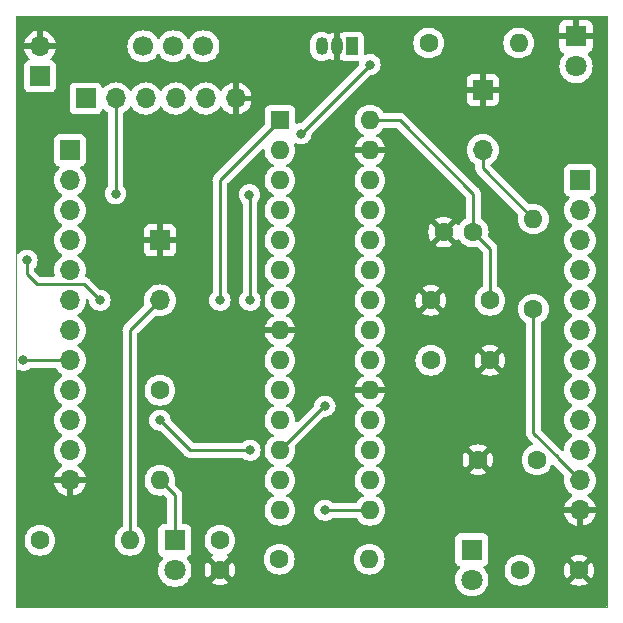
<source format=gbr>
%TF.GenerationSoftware,KiCad,Pcbnew,7.0.1*%
%TF.CreationDate,2023-04-17T16:28:37-05:00*%
%TF.ProjectId,MechCirc,4d656368-4369-4726-932e-6b696361645f,rev?*%
%TF.SameCoordinates,Original*%
%TF.FileFunction,Copper,L2,Bot*%
%TF.FilePolarity,Positive*%
%FSLAX46Y46*%
G04 Gerber Fmt 4.6, Leading zero omitted, Abs format (unit mm)*
G04 Created by KiCad (PCBNEW 7.0.1) date 2023-04-17 16:28:37*
%MOMM*%
%LPD*%
G01*
G04 APERTURE LIST*
%TA.AperFunction,ComponentPad*%
%ADD10C,1.600000*%
%TD*%
%TA.AperFunction,ComponentPad*%
%ADD11O,1.600000X1.600000*%
%TD*%
%TA.AperFunction,ComponentPad*%
%ADD12C,1.700000*%
%TD*%
%TA.AperFunction,ComponentPad*%
%ADD13R,1.800000X1.800000*%
%TD*%
%TA.AperFunction,ComponentPad*%
%ADD14C,1.800000*%
%TD*%
%TA.AperFunction,ComponentPad*%
%ADD15R,1.700000X1.700000*%
%TD*%
%TA.AperFunction,ComponentPad*%
%ADD16O,1.700000X1.700000*%
%TD*%
%TA.AperFunction,ComponentPad*%
%ADD17R,1.600000X1.600000*%
%TD*%
%TA.AperFunction,ComponentPad*%
%ADD18R,1.050000X1.500000*%
%TD*%
%TA.AperFunction,ComponentPad*%
%ADD19O,1.050000X1.500000*%
%TD*%
%TA.AperFunction,ViaPad*%
%ADD20C,0.800000*%
%TD*%
%TA.AperFunction,Conductor*%
%ADD21C,0.250000*%
%TD*%
%TA.AperFunction,Profile*%
%ADD22C,0.100000*%
%TD*%
G04 APERTURE END LIST*
D10*
%TO.P,R4,1*%
%TO.N,/YELLOW*%
X147262530Y-120983024D03*
D11*
%TO.P,R4,2*%
%TO.N,Net-(D3-K)*%
X154882530Y-120983024D03*
%TD*%
D10*
%TO.P,C4,1*%
%TO.N,GND*%
X161183757Y-93282140D03*
%TO.P,C4,2*%
%TO.N,+3.3V*%
X163683757Y-93282140D03*
%TD*%
%TO.P,R2,1*%
%TO.N,+3.3V*%
X127000000Y-119380000D03*
D11*
%TO.P,R2,2*%
%TO.N,Net-(U2-\u002AMCLR)*%
X134620000Y-119380000D03*
%TD*%
D10*
%TO.P,R5,1*%
%TO.N,+3.3V*%
X168782230Y-99796856D03*
D11*
%TO.P,R5,2*%
%TO.N,/USER*%
X168782230Y-92176856D03*
%TD*%
D12*
%TO.P,SW1,1,A*%
%TO.N,+5V*%
X140846981Y-77553563D03*
%TO.P,SW1,2,B*%
%TO.N,/Vin*%
X138306981Y-77553563D03*
%TO.P,SW1,3,C*%
%TO.N,+5V*%
X135766981Y-77553563D03*
%TD*%
D13*
%TO.P,D2,1,K*%
%TO.N,Net-(D2-K)*%
X138423898Y-119385739D03*
D14*
%TO.P,D2,2,A*%
%TO.N,+3.3V*%
X138423898Y-121925739D03*
%TD*%
D15*
%TO.P,SW2,1,1*%
%TO.N,GND*%
X137160000Y-93980000D03*
D16*
%TO.P,SW2,2,2*%
%TO.N,Net-(U2-\u002AMCLR)*%
X137160000Y-99060000D03*
%TD*%
D13*
%TO.P,D1,1,K*%
%TO.N,GND*%
X172384298Y-76720048D03*
D14*
%TO.P,D1,2,A*%
%TO.N,Net-(D1-A)*%
X172384298Y-79260048D03*
%TD*%
D15*
%TO.P,J2,1,Pin_1*%
%TO.N,/RTS*%
X130877068Y-81973639D03*
D16*
%TO.P,J2,2,Pin_2*%
%TO.N,/RXD*%
X133417068Y-81973639D03*
%TO.P,J2,3,Pin_3*%
%TO.N,/TXD*%
X135957068Y-81973639D03*
%TO.P,J2,4,Pin_4*%
%TO.N,+5V*%
X138497068Y-81973639D03*
%TO.P,J2,5,Pin_5*%
%TO.N,/CTS*%
X141037068Y-81973639D03*
%TO.P,J2,6,Pin_6*%
%TO.N,GND*%
X143577068Y-81973639D03*
%TD*%
D17*
%TO.P,U2,1,\u002AMCLR*%
%TO.N,Net-(U2-\u002AMCLR)*%
X147320000Y-83820000D03*
D11*
%TO.P,U2,2,VREF+/CVREF+/AN0/C3INC/RPA0/CTED1/RA0*%
%TO.N,/A0*%
X147320000Y-86360000D03*
%TO.P,U2,3,VREF-/CVREF-/AN1/RPA1/CTED2/RA1*%
%TO.N,/A1*%
X147320000Y-88900000D03*
%TO.P,U2,4,PGED1/AN2/C1IND/C2INB/C3IND/RPB0/RB0*%
%TO.N,/B0*%
X147320000Y-91440000D03*
%TO.P,U2,5,PGEC1/AN3/C1INC/C2INA/RPB1/CTED12/RB1*%
%TO.N,/B1*%
X147320000Y-93980000D03*
%TO.P,U2,6,AN4/C1INB/C2IND/RPB2/SDA2/CTED13/RB2*%
%TO.N,/B2*%
X147320000Y-96520000D03*
%TO.P,U2,7,AN5/C1INA/C2INC/RTCC/RPB3/SCL2/RB3*%
%TO.N,/RXD*%
X147320000Y-99060000D03*
%TO.P,U2,8,VSS*%
%TO.N,GND*%
X147320000Y-101600000D03*
%TO.P,U2,9,OSC1/CLKI/RPA2/RA2*%
%TO.N,/TXD*%
X147320000Y-104140000D03*
%TO.P,U2,10,OSC2/CLKO/RPA3/PMA0/RA3*%
%TO.N,/A3*%
X147320000Y-106680000D03*
%TO.P,U2,11,SOSCI/RPB4/RB4*%
%TO.N,/GREEN*%
X147320000Y-109220000D03*
%TO.P,U2,12,SOSCO/RPA4/T1CK/CTED9/PMA1/RA4*%
%TO.N,/USER*%
X147320000Y-111760000D03*
%TO.P,U2,13,VDD*%
%TO.N,+3.3V*%
X147320000Y-114300000D03*
%TO.P,U2,14,PGED3/RPB5/PMD7/RB5*%
%TO.N,/YELLOW*%
X147320000Y-116840000D03*
%TO.P,U2,15,PGEC3/RPB6/PMD6/RB6*%
%TO.N,/B6*%
X154940000Y-116840000D03*
%TO.P,U2,16,TDI/RPB7/CTED3/PMD5/INT0/RB7*%
%TO.N,/B7*%
X154940000Y-114300000D03*
%TO.P,U2,17,TCK/RPB8/SCL1/CTED10/PMD4/RB8*%
%TO.N,/B8*%
X154940000Y-111760000D03*
%TO.P,U2,18,TDO/RPB9/SDA1/CTED4/PMD3/RB9*%
%TO.N,/B9*%
X154940000Y-109220000D03*
%TO.P,U2,19,VSS*%
%TO.N,GND*%
X154940000Y-106680000D03*
%TO.P,U2,20,VCAP*%
%TO.N,Net-(U2-VCAP)*%
X154940000Y-104140000D03*
%TO.P,U2,21,PGED2/RPB10/CTED11/PMD2/RB10*%
%TO.N,/B10*%
X154940000Y-101600000D03*
%TO.P,U2,22,PGEC2/TMS/RPB11/PMD1/RB11*%
%TO.N,/B11*%
X154940000Y-99060000D03*
%TO.P,U2,23,AN12/PMD0/RB12*%
%TO.N,/B12*%
X154940000Y-96520000D03*
%TO.P,U2,24,AN11/RPB13/CTPLS/PMRD/RB13*%
%TO.N,/B13*%
X154940000Y-93980000D03*
%TO.P,U2,25,CVREFOUT/AN10/C3INB/RPB14/SCK1/CTED5/PMWR/RB14*%
%TO.N,/B14*%
X154940000Y-91440000D03*
%TO.P,U2,26,AN9/C3INA/RPB15/SCK2/CTED6/PMCS1/RB15*%
%TO.N,/B15*%
X154940000Y-88900000D03*
%TO.P,U2,27,AVSS*%
%TO.N,GND*%
X154940000Y-86360000D03*
%TO.P,U2,28,AVDD*%
%TO.N,+3.3V*%
X154940000Y-83820000D03*
%TD*%
D10*
%TO.P,C1,1*%
%TO.N,GND*%
X164083952Y-112565539D03*
%TO.P,C1,2*%
%TO.N,/Vin*%
X169083952Y-112565539D03*
%TD*%
D18*
%TO.P,U1,1,VOUT*%
%TO.N,+3.3V*%
X153407105Y-77565043D03*
D19*
%TO.P,U1,2,GND*%
%TO.N,GND*%
X152137105Y-77565043D03*
%TO.P,U1,3,VIN*%
%TO.N,/Vin*%
X150867105Y-77565043D03*
%TD*%
D10*
%TO.P,R1,1*%
%TO.N,+3.3V*%
X159914297Y-77268337D03*
D11*
%TO.P,R1,2*%
%TO.N,Net-(D1-A)*%
X167534297Y-77268337D03*
%TD*%
D10*
%TO.P,C5,1*%
%TO.N,GND*%
X165100000Y-104140000D03*
%TO.P,C5,2*%
%TO.N,Net-(U2-VCAP)*%
X160100000Y-104140000D03*
%TD*%
%TO.P,R3,1*%
%TO.N,/GREEN*%
X137160000Y-106680000D03*
D11*
%TO.P,R3,2*%
%TO.N,Net-(D2-K)*%
X137160000Y-114300000D03*
%TD*%
D15*
%TO.P,J3,1,Pin_1*%
%TO.N,/A0*%
X129540000Y-86360000D03*
D16*
%TO.P,J3,2,Pin_2*%
%TO.N,/A1*%
X129540000Y-88900000D03*
%TO.P,J3,3,Pin_3*%
%TO.N,/B0*%
X129540000Y-91440000D03*
%TO.P,J3,4,Pin_4*%
%TO.N,/B1*%
X129540000Y-93980000D03*
%TO.P,J3,5,Pin_5*%
%TO.N,/B2*%
X129540000Y-96520000D03*
%TO.P,J3,6,Pin_6*%
%TO.N,/A3*%
X129540000Y-99060000D03*
%TO.P,J3,7,Pin_7*%
%TO.N,/GREEN*%
X129540000Y-101600000D03*
%TO.P,J3,8,Pin_8*%
%TO.N,/YELLOW*%
X129540000Y-104140000D03*
%TO.P,J3,9,Pin_9*%
%TO.N,/B6*%
X129540000Y-106680000D03*
%TO.P,J3,10,Pin_10*%
%TO.N,/Vin*%
X129540000Y-109220000D03*
%TO.P,J3,11,Pin_11*%
%TO.N,+3.3V*%
X129540000Y-111760000D03*
%TO.P,J3,12,Pin_12*%
%TO.N,GND*%
X129540000Y-114300000D03*
%TD*%
D10*
%TO.P,C2,1*%
%TO.N,GND*%
X172640000Y-121920000D03*
%TO.P,C2,2*%
%TO.N,+3.3V*%
X167640000Y-121920000D03*
%TD*%
D13*
%TO.P,D3,1,K*%
%TO.N,Net-(D3-K)*%
X163567105Y-120174783D03*
D14*
%TO.P,D3,2,A*%
%TO.N,+3.3V*%
X163567105Y-122714783D03*
%TD*%
D10*
%TO.P,C3,1*%
%TO.N,GND*%
X160100000Y-99060000D03*
%TO.P,C3,2*%
%TO.N,+3.3V*%
X165100000Y-99060000D03*
%TD*%
D15*
%TO.P,J4,1,Pin_1*%
%TO.N,/B15*%
X172720000Y-88900000D03*
D16*
%TO.P,J4,2,Pin_2*%
%TO.N,/B14*%
X172720000Y-91440000D03*
%TO.P,J4,3,Pin_3*%
%TO.N,/B13*%
X172720000Y-93980000D03*
%TO.P,J4,4,Pin_4*%
%TO.N,/B12*%
X172720000Y-96520000D03*
%TO.P,J4,5,Pin_5*%
%TO.N,/B11*%
X172720000Y-99060000D03*
%TO.P,J4,6,Pin_6*%
%TO.N,/B10*%
X172720000Y-101600000D03*
%TO.P,J4,7,Pin_7*%
%TO.N,/B9*%
X172720000Y-104140000D03*
%TO.P,J4,8,Pin_8*%
%TO.N,/B8*%
X172720000Y-106680000D03*
%TO.P,J4,9,Pin_9*%
%TO.N,/B7*%
X172720000Y-109220000D03*
%TO.P,J4,10,Pin_10*%
%TO.N,/Vin*%
X172720000Y-111760000D03*
%TO.P,J4,11,Pin_11*%
%TO.N,+3.3V*%
X172720000Y-114300000D03*
%TO.P,J4,12,Pin_12*%
%TO.N,GND*%
X172720000Y-116840000D03*
%TD*%
D15*
%TO.P,J1,1,Pin_1*%
%TO.N,+5V*%
X127000000Y-80091586D03*
D16*
%TO.P,J1,2,Pin_2*%
%TO.N,GND*%
X127000000Y-77551586D03*
%TD*%
D15*
%TO.P,SW3,1,1*%
%TO.N,GND*%
X164492794Y-81254798D03*
D16*
%TO.P,SW3,2,2*%
%TO.N,/USER*%
X164492794Y-86334798D03*
%TD*%
D10*
%TO.P,C7,1*%
%TO.N,+3.3V*%
X142240000Y-119380000D03*
%TO.P,C7,2*%
%TO.N,GND*%
X142240000Y-121880000D03*
%TD*%
D20*
%TO.N,/B6*%
X151124744Y-116839999D03*
%TO.N,+3.3V*%
X149092938Y-84945000D03*
X154940000Y-79097938D03*
%TO.N,/RXD*%
X133410604Y-90038010D03*
X144740545Y-90121935D03*
X144780000Y-99060000D03*
%TO.N,/TXD*%
X125896765Y-95680745D03*
X132080000Y-99060000D03*
%TO.N,/YELLOW*%
X125559500Y-104140000D03*
%TO.N,/B6*%
X137160000Y-109220000D03*
X144780000Y-111760000D03*
%TO.N,Net-(U2-\u002AMCLR)*%
X142240000Y-99060000D03*
%TO.N,/USER*%
X151118882Y-108022807D03*
%TD*%
D21*
%TO.N,/B6*%
X154940000Y-116840000D02*
X151124744Y-116839999D01*
%TO.N,+3.3V*%
X165100000Y-99060000D02*
X165100000Y-94698383D01*
X163683757Y-93282140D02*
X163683757Y-90023757D01*
X168782230Y-110278305D02*
X168782230Y-99796856D01*
X170831676Y-112411676D02*
X170831676Y-112327751D01*
X170831676Y-112327751D02*
X168782230Y-110278305D01*
X154940000Y-79097938D02*
X149092938Y-84945000D01*
X165100000Y-94698383D02*
X163683757Y-93282140D01*
X163683757Y-90023757D02*
X157480000Y-83820000D01*
X157480000Y-83820000D02*
X154940000Y-83820000D01*
X172720000Y-114300000D02*
X170831676Y-112411676D01*
%TO.N,Net-(D2-K)*%
X138423898Y-115563898D02*
X137160000Y-114300000D01*
X138423898Y-119385739D02*
X138423898Y-115563898D01*
%TO.N,/RXD*%
X133417068Y-90031546D02*
X133417068Y-81973639D01*
X144780000Y-99060000D02*
X144780000Y-90161390D01*
X144780000Y-90161390D02*
X144740545Y-90121935D01*
X133410604Y-90038010D02*
X133417068Y-90031546D01*
%TO.N,/TXD*%
X130715000Y-97695000D02*
X126736064Y-97695000D01*
X125896765Y-96855701D02*
X125896765Y-95680745D01*
X132080000Y-99060000D02*
X130715000Y-97695000D01*
X126736064Y-97695000D02*
X125896765Y-96855701D01*
%TO.N,/YELLOW*%
X125559500Y-104140000D02*
X129540000Y-104140000D01*
%TO.N,/B6*%
X137160000Y-109220000D02*
X139700000Y-111760000D01*
X139700000Y-111760000D02*
X144780000Y-111760000D01*
%TO.N,Net-(U2-\u002AMCLR)*%
X134620000Y-101600000D02*
X137160000Y-99060000D01*
X142240000Y-88900000D02*
X147320000Y-83820000D01*
X134620000Y-119380000D02*
X134620000Y-101600000D01*
X142240000Y-99060000D02*
X142240000Y-88900000D01*
%TO.N,/USER*%
X164492794Y-87887420D02*
X168782230Y-92176856D01*
X151057193Y-108022807D02*
X151118882Y-108022807D01*
X147320000Y-111760000D02*
X151057193Y-108022807D01*
X164492794Y-86334798D02*
X164492794Y-87887420D01*
%TD*%
%TA.AperFunction,Conductor*%
%TO.N,GND*%
G36*
X174937500Y-75017113D02*
G01*
X174982887Y-75062500D01*
X174999500Y-75124500D01*
X174999500Y-124875500D01*
X174982887Y-124937500D01*
X174937500Y-124982887D01*
X174875500Y-124999500D01*
X125124500Y-124999500D01*
X125062500Y-124982887D01*
X125017113Y-124937500D01*
X125000500Y-124875500D01*
X125000500Y-119379999D01*
X125694531Y-119379999D01*
X125714364Y-119606689D01*
X125773261Y-119826497D01*
X125869432Y-120032735D01*
X125999953Y-120219140D01*
X126160859Y-120380046D01*
X126347264Y-120510567D01*
X126347265Y-120510567D01*
X126347266Y-120510568D01*
X126553504Y-120606739D01*
X126773308Y-120665635D01*
X127000000Y-120685468D01*
X127226692Y-120665635D01*
X127446496Y-120606739D01*
X127652734Y-120510568D01*
X127839139Y-120380047D01*
X128000047Y-120219139D01*
X128130568Y-120032734D01*
X128226739Y-119826496D01*
X128285635Y-119606692D01*
X128305468Y-119380000D01*
X128305468Y-119379999D01*
X133314531Y-119379999D01*
X133334364Y-119606689D01*
X133393261Y-119826497D01*
X133489432Y-120032735D01*
X133619953Y-120219140D01*
X133780859Y-120380046D01*
X133967264Y-120510567D01*
X133967265Y-120510567D01*
X133967266Y-120510568D01*
X134173504Y-120606739D01*
X134393308Y-120665635D01*
X134620000Y-120685468D01*
X134846692Y-120665635D01*
X135066496Y-120606739D01*
X135272734Y-120510568D01*
X135459139Y-120380047D01*
X135620047Y-120219139D01*
X135750568Y-120032734D01*
X135846739Y-119826496D01*
X135905635Y-119606692D01*
X135925468Y-119380000D01*
X135905635Y-119153308D01*
X135846739Y-118933504D01*
X135750568Y-118727266D01*
X135620047Y-118540861D01*
X135620046Y-118540859D01*
X135459140Y-118379953D01*
X135298377Y-118267387D01*
X135259511Y-118223069D01*
X135245500Y-118165812D01*
X135245500Y-114299999D01*
X135854531Y-114299999D01*
X135874364Y-114526689D01*
X135933261Y-114746497D01*
X136029432Y-114952735D01*
X136159953Y-115139140D01*
X136320859Y-115300046D01*
X136507264Y-115430567D01*
X136507265Y-115430567D01*
X136507266Y-115430568D01*
X136713504Y-115526739D01*
X136933308Y-115585635D01*
X137160000Y-115605468D01*
X137386692Y-115585635D01*
X137455049Y-115567319D01*
X137519235Y-115567319D01*
X137574823Y-115599413D01*
X137762079Y-115786669D01*
X137788959Y-115826897D01*
X137798398Y-115874350D01*
X137798398Y-117861240D01*
X137781785Y-117923240D01*
X137736398Y-117968627D01*
X137674398Y-117985240D01*
X137476026Y-117985240D01*
X137446220Y-117988443D01*
X137416413Y-117991648D01*
X137281567Y-118041943D01*
X137166352Y-118128193D01*
X137080102Y-118243407D01*
X137029807Y-118378255D01*
X137023398Y-118437869D01*
X137023398Y-120333608D01*
X137029807Y-120393222D01*
X137080102Y-120528070D01*
X137166352Y-120643285D01*
X137281567Y-120729535D01*
X137353414Y-120756332D01*
X137361803Y-120759461D01*
X137411339Y-120793476D01*
X137439066Y-120846786D01*
X137438473Y-120906873D01*
X137409700Y-120959626D01*
X137314918Y-121062587D01*
X137187974Y-121256889D01*
X137094742Y-121469435D01*
X137094740Y-121469439D01*
X137094741Y-121469439D01*
X137067938Y-121575283D01*
X137037763Y-121694439D01*
X137018597Y-121925738D01*
X137037763Y-122157038D01*
X137037763Y-122157040D01*
X137037764Y-122157044D01*
X137090762Y-122366326D01*
X137094742Y-122382042D01*
X137178276Y-122572480D01*
X137187974Y-122594588D01*
X137314919Y-122788892D01*
X137472114Y-122959652D01*
X137655272Y-123102209D01*
X137859395Y-123212675D01*
X137896660Y-123225468D01*
X138078913Y-123288036D01*
X138078915Y-123288036D01*
X138078917Y-123288037D01*
X138307849Y-123326239D01*
X138539946Y-123326239D01*
X138539947Y-123326239D01*
X138768879Y-123288037D01*
X138988401Y-123212675D01*
X139192524Y-123102209D01*
X139375682Y-122959652D01*
X139376258Y-122959026D01*
X141514526Y-122959026D01*
X141587515Y-123010133D01*
X141793673Y-123106266D01*
X142013397Y-123165141D01*
X142240000Y-123184966D01*
X142466602Y-123165141D01*
X142686326Y-123106266D01*
X142892480Y-123010134D01*
X142965472Y-122959025D01*
X142721229Y-122714782D01*
X162161804Y-122714782D01*
X162180970Y-122946082D01*
X162180970Y-122946084D01*
X162180971Y-122946088D01*
X162237948Y-123171083D01*
X162237949Y-123171086D01*
X162289249Y-123288037D01*
X162331181Y-123383632D01*
X162458126Y-123577936D01*
X162615321Y-123748696D01*
X162798479Y-123891253D01*
X163002602Y-124001719D01*
X163112363Y-124039400D01*
X163222120Y-124077080D01*
X163222122Y-124077080D01*
X163222124Y-124077081D01*
X163451056Y-124115283D01*
X163683153Y-124115283D01*
X163683154Y-124115283D01*
X163912086Y-124077081D01*
X164131608Y-124001719D01*
X164335731Y-123891253D01*
X164518889Y-123748696D01*
X164676084Y-123577936D01*
X164803029Y-123383632D01*
X164896262Y-123171083D01*
X164953239Y-122946088D01*
X164972405Y-122714783D01*
X164953239Y-122483478D01*
X164896262Y-122258483D01*
X164803029Y-122045934D01*
X164720752Y-121919999D01*
X166334531Y-121919999D01*
X166354364Y-122146689D01*
X166413261Y-122366497D01*
X166509432Y-122572735D01*
X166639953Y-122759140D01*
X166800859Y-122920046D01*
X166987264Y-123050567D01*
X166987265Y-123050567D01*
X166987266Y-123050568D01*
X167193504Y-123146739D01*
X167413308Y-123205635D01*
X167640000Y-123225468D01*
X167866692Y-123205635D01*
X168086496Y-123146739D01*
X168292734Y-123050568D01*
X168366344Y-122999026D01*
X171914526Y-122999026D01*
X171987515Y-123050133D01*
X172193673Y-123146266D01*
X172413397Y-123205141D01*
X172640000Y-123224966D01*
X172866602Y-123205141D01*
X173086326Y-123146266D01*
X173292480Y-123050134D01*
X173365472Y-122999025D01*
X172640001Y-122273553D01*
X172640000Y-122273553D01*
X171914526Y-122999025D01*
X171914526Y-122999026D01*
X168366344Y-122999026D01*
X168479139Y-122920047D01*
X168640047Y-122759139D01*
X168770568Y-122572734D01*
X168866739Y-122366496D01*
X168925635Y-122146692D01*
X168945468Y-121920000D01*
X171335033Y-121920000D01*
X171354858Y-122146602D01*
X171413733Y-122366326D01*
X171509866Y-122572484D01*
X171560972Y-122645471D01*
X171560974Y-122645472D01*
X172286446Y-121920001D01*
X172286446Y-121920000D01*
X172286445Y-121919999D01*
X172993553Y-121919999D01*
X173719025Y-122645472D01*
X173770134Y-122572480D01*
X173866266Y-122366326D01*
X173925141Y-122146602D01*
X173944966Y-121920000D01*
X173925141Y-121693397D01*
X173866266Y-121473673D01*
X173770133Y-121267515D01*
X173719025Y-121194526D01*
X172993553Y-121919998D01*
X172993553Y-121919999D01*
X172286445Y-121919999D01*
X171560973Y-121194526D01*
X171560973Y-121194527D01*
X171509865Y-121267516D01*
X171413733Y-121473672D01*
X171354858Y-121693397D01*
X171335033Y-121920000D01*
X168945468Y-121920000D01*
X168925635Y-121693308D01*
X168866739Y-121473504D01*
X168770568Y-121267266D01*
X168742734Y-121227515D01*
X168640046Y-121080859D01*
X168479140Y-120919953D01*
X168366344Y-120840973D01*
X171914526Y-120840973D01*
X172640000Y-121566446D01*
X172640001Y-121566446D01*
X173365472Y-120840974D01*
X173365471Y-120840972D01*
X173292484Y-120789866D01*
X173086326Y-120693733D01*
X172866602Y-120634858D01*
X172640000Y-120615033D01*
X172413397Y-120634858D01*
X172193672Y-120693733D01*
X171987516Y-120789865D01*
X171914527Y-120840973D01*
X171914526Y-120840973D01*
X168366344Y-120840973D01*
X168292735Y-120789432D01*
X168086497Y-120693261D01*
X167866689Y-120634364D01*
X167640000Y-120614531D01*
X167413310Y-120634364D01*
X167193502Y-120693261D01*
X166987264Y-120789432D01*
X166800859Y-120919953D01*
X166639953Y-121080859D01*
X166509432Y-121267264D01*
X166413261Y-121473502D01*
X166354364Y-121693310D01*
X166334531Y-121919999D01*
X164720752Y-121919999D01*
X164676084Y-121851630D01*
X164581300Y-121748667D01*
X164552529Y-121695917D01*
X164551936Y-121635830D01*
X164579663Y-121582520D01*
X164629197Y-121548505D01*
X164709436Y-121518579D01*
X164824651Y-121432329D01*
X164910901Y-121317114D01*
X164961196Y-121182266D01*
X164967605Y-121122656D01*
X164967604Y-119226911D01*
X164961196Y-119167300D01*
X164910901Y-119032452D01*
X164824651Y-118917237D01*
X164709436Y-118830987D01*
X164574588Y-118780692D01*
X164514978Y-118774283D01*
X164514974Y-118774283D01*
X162619235Y-118774283D01*
X162559620Y-118780692D01*
X162424774Y-118830987D01*
X162309559Y-118917237D01*
X162223309Y-119032451D01*
X162173014Y-119167299D01*
X162166605Y-119226913D01*
X162166605Y-121122652D01*
X162173014Y-121182267D01*
X162177587Y-121194527D01*
X162223309Y-121317114D01*
X162309559Y-121432329D01*
X162424774Y-121518579D01*
X162505010Y-121548505D01*
X162554546Y-121582520D01*
X162582273Y-121635830D01*
X162581680Y-121695917D01*
X162552907Y-121748670D01*
X162458125Y-121851631D01*
X162331181Y-122045933D01*
X162237949Y-122258479D01*
X162180970Y-122483483D01*
X162161804Y-122714782D01*
X142721229Y-122714782D01*
X142240001Y-122233553D01*
X142240000Y-122233553D01*
X141514526Y-122959025D01*
X141514526Y-122959026D01*
X139376258Y-122959026D01*
X139532877Y-122788892D01*
X139659822Y-122594588D01*
X139753055Y-122382039D01*
X139810032Y-122157044D01*
X139829198Y-121925739D01*
X139828722Y-121920000D01*
X139825408Y-121880000D01*
X140935033Y-121880000D01*
X140954858Y-122106602D01*
X141013733Y-122326326D01*
X141109866Y-122532484D01*
X141160972Y-122605471D01*
X141160974Y-122605472D01*
X141886446Y-121880001D01*
X142593553Y-121880001D01*
X143319025Y-122605472D01*
X143370134Y-122532480D01*
X143466266Y-122326326D01*
X143525141Y-122106602D01*
X143544966Y-121880000D01*
X143525141Y-121653397D01*
X143466266Y-121433673D01*
X143370133Y-121227515D01*
X143319025Y-121154526D01*
X142593553Y-121880000D01*
X142593553Y-121880001D01*
X141886446Y-121880001D01*
X141886446Y-121880000D01*
X141160973Y-121154526D01*
X141160973Y-121154527D01*
X141109865Y-121227516D01*
X141013733Y-121433672D01*
X140954858Y-121653397D01*
X140935033Y-121880000D01*
X139825408Y-121880000D01*
X139814526Y-121748670D01*
X139810032Y-121694434D01*
X139753055Y-121469439D01*
X139659822Y-121256890D01*
X139544817Y-121080861D01*
X139532878Y-121062587D01*
X139459635Y-120983024D01*
X139438093Y-120959623D01*
X139409322Y-120906873D01*
X139408729Y-120846786D01*
X139436456Y-120793476D01*
X139485990Y-120759461D01*
X139566229Y-120729535D01*
X139681444Y-120643285D01*
X139767694Y-120528070D01*
X139817989Y-120393222D01*
X139824398Y-120333612D01*
X139824397Y-119379999D01*
X140934531Y-119379999D01*
X140954364Y-119606689D01*
X141013261Y-119826497D01*
X141109432Y-120032735D01*
X141239953Y-120219140D01*
X141400859Y-120380046D01*
X141587264Y-120510567D01*
X141587265Y-120510567D01*
X141587266Y-120510568D01*
X141602975Y-120517893D01*
X141655150Y-120563649D01*
X141674570Y-120630274D01*
X141655151Y-120696899D01*
X141602977Y-120742656D01*
X141587517Y-120749865D01*
X141514527Y-120800973D01*
X141514526Y-120800973D01*
X142240000Y-121526446D01*
X142240001Y-121526446D01*
X142783422Y-120983024D01*
X145957061Y-120983024D01*
X145976894Y-121209713D01*
X146035791Y-121429521D01*
X146131962Y-121635759D01*
X146262483Y-121822164D01*
X146423389Y-121983070D01*
X146609794Y-122113591D01*
X146609795Y-122113591D01*
X146609796Y-122113592D01*
X146816034Y-122209763D01*
X147035838Y-122268659D01*
X147262530Y-122288492D01*
X147489222Y-122268659D01*
X147709026Y-122209763D01*
X147915264Y-122113592D01*
X148101669Y-121983071D01*
X148262577Y-121822163D01*
X148393098Y-121635758D01*
X148489269Y-121429520D01*
X148548165Y-121209716D01*
X148567998Y-120983024D01*
X153577061Y-120983024D01*
X153596894Y-121209713D01*
X153655791Y-121429521D01*
X153751962Y-121635759D01*
X153882483Y-121822164D01*
X154043389Y-121983070D01*
X154229794Y-122113591D01*
X154229795Y-122113591D01*
X154229796Y-122113592D01*
X154436034Y-122209763D01*
X154655838Y-122268659D01*
X154882530Y-122288492D01*
X155109222Y-122268659D01*
X155329026Y-122209763D01*
X155535264Y-122113592D01*
X155721669Y-121983071D01*
X155882577Y-121822163D01*
X156013098Y-121635758D01*
X156109269Y-121429520D01*
X156168165Y-121209716D01*
X156187998Y-120983024D01*
X156168165Y-120756332D01*
X156109269Y-120536528D01*
X156013098Y-120330290D01*
X155882577Y-120143885D01*
X155882576Y-120143883D01*
X155721670Y-119982977D01*
X155535265Y-119852456D01*
X155329027Y-119756285D01*
X155109219Y-119697388D01*
X154882530Y-119677555D01*
X154655840Y-119697388D01*
X154436032Y-119756285D01*
X154229794Y-119852456D01*
X154043389Y-119982977D01*
X153882483Y-120143883D01*
X153751962Y-120330288D01*
X153655791Y-120536526D01*
X153596894Y-120756334D01*
X153577061Y-120983024D01*
X148567998Y-120983024D01*
X148548165Y-120756332D01*
X148489269Y-120536528D01*
X148393098Y-120330290D01*
X148262577Y-120143885D01*
X148262576Y-120143883D01*
X148101670Y-119982977D01*
X147915265Y-119852456D01*
X147709027Y-119756285D01*
X147489219Y-119697388D01*
X147262530Y-119677555D01*
X147035840Y-119697388D01*
X146816032Y-119756285D01*
X146609794Y-119852456D01*
X146423389Y-119982977D01*
X146262483Y-120143883D01*
X146131962Y-120330288D01*
X146035791Y-120536526D01*
X145976894Y-120756334D01*
X145957061Y-120983024D01*
X142783422Y-120983024D01*
X142965472Y-120800974D01*
X142965471Y-120800972D01*
X142892483Y-120749866D01*
X142877023Y-120742657D01*
X142824847Y-120696899D01*
X142805428Y-120630273D01*
X142824849Y-120563647D01*
X142877023Y-120517893D01*
X142892734Y-120510568D01*
X143079139Y-120380047D01*
X143240047Y-120219139D01*
X143370568Y-120032734D01*
X143466739Y-119826496D01*
X143525635Y-119606692D01*
X143545468Y-119380000D01*
X143525635Y-119153308D01*
X143466739Y-118933504D01*
X143370568Y-118727266D01*
X143240047Y-118540861D01*
X143240046Y-118540859D01*
X143079140Y-118379953D01*
X142892735Y-118249432D01*
X142686497Y-118153261D01*
X142466689Y-118094364D01*
X142240000Y-118074531D01*
X142013310Y-118094364D01*
X141793502Y-118153261D01*
X141587264Y-118249432D01*
X141400859Y-118379953D01*
X141239953Y-118540859D01*
X141109432Y-118727264D01*
X141013261Y-118933502D01*
X140954364Y-119153310D01*
X140934531Y-119379999D01*
X139824397Y-119379999D01*
X139824397Y-118437867D01*
X139817989Y-118378256D01*
X139767694Y-118243408D01*
X139681444Y-118128193D01*
X139566229Y-118041943D01*
X139431381Y-117991648D01*
X139371771Y-117985239D01*
X139371767Y-117985239D01*
X139173398Y-117985239D01*
X139111398Y-117968626D01*
X139066011Y-117923239D01*
X139049398Y-117861239D01*
X139049398Y-116839999D01*
X146014531Y-116839999D01*
X146034364Y-117066689D01*
X146093261Y-117286497D01*
X146189432Y-117492735D01*
X146319953Y-117679140D01*
X146480859Y-117840046D01*
X146667264Y-117970567D01*
X146667265Y-117970567D01*
X146667266Y-117970568D01*
X146873504Y-118066739D01*
X147093308Y-118125635D01*
X147320000Y-118145468D01*
X147546692Y-118125635D01*
X147766496Y-118066739D01*
X147972734Y-117970568D01*
X148159139Y-117840047D01*
X148320047Y-117679139D01*
X148450568Y-117492734D01*
X148546739Y-117286496D01*
X148605635Y-117066692D01*
X148625468Y-116840000D01*
X148625468Y-116839998D01*
X150219284Y-116839998D01*
X150239070Y-117028256D01*
X150297564Y-117208283D01*
X150392210Y-117372215D01*
X150518873Y-117512888D01*
X150672013Y-117624150D01*
X150844941Y-117701143D01*
X151030096Y-117740499D01*
X151030098Y-117740499D01*
X151219390Y-117740499D01*
X151219392Y-117740499D01*
X151357792Y-117711081D01*
X151404547Y-117701143D01*
X151577474Y-117624150D01*
X151730615Y-117512887D01*
X151736342Y-117506525D01*
X151778056Y-117476219D01*
X151828491Y-117465499D01*
X153725811Y-117465499D01*
X153783068Y-117479510D01*
X153827386Y-117518376D01*
X153939953Y-117679140D01*
X154100859Y-117840046D01*
X154287264Y-117970567D01*
X154287265Y-117970567D01*
X154287266Y-117970568D01*
X154493504Y-118066739D01*
X154713308Y-118125635D01*
X154940000Y-118145468D01*
X155166692Y-118125635D01*
X155386496Y-118066739D01*
X155592734Y-117970568D01*
X155779139Y-117840047D01*
X155940047Y-117679139D01*
X156070568Y-117492734D01*
X156166739Y-117286496D01*
X156219390Y-117090000D01*
X171389364Y-117090000D01*
X171446569Y-117303492D01*
X171546399Y-117517576D01*
X171681893Y-117711081D01*
X171848918Y-117878106D01*
X172042423Y-118013600D01*
X172256507Y-118113430D01*
X172469999Y-118170635D01*
X172470000Y-118170636D01*
X172470000Y-117090000D01*
X172970000Y-117090000D01*
X172970000Y-118170635D01*
X173183492Y-118113430D01*
X173397576Y-118013600D01*
X173591081Y-117878106D01*
X173758106Y-117711081D01*
X173893600Y-117517576D01*
X173993430Y-117303492D01*
X174050636Y-117090000D01*
X172970000Y-117090000D01*
X172470000Y-117090000D01*
X171389364Y-117090000D01*
X156219390Y-117090000D01*
X156225635Y-117066692D01*
X156245468Y-116840000D01*
X156225635Y-116613308D01*
X156166739Y-116393504D01*
X156070568Y-116187266D01*
X156056456Y-116167112D01*
X155940046Y-116000859D01*
X155779140Y-115839953D01*
X155592732Y-115709430D01*
X155534724Y-115682380D01*
X155482549Y-115636623D01*
X155463130Y-115569997D01*
X155482550Y-115503373D01*
X155534721Y-115457619D01*
X155592734Y-115430568D01*
X155779139Y-115300047D01*
X155940047Y-115139139D01*
X156070568Y-114952734D01*
X156166739Y-114746496D01*
X156225635Y-114526692D01*
X156245468Y-114300000D01*
X156225635Y-114073308D01*
X156166739Y-113853504D01*
X156070568Y-113647266D01*
X156068677Y-113644565D01*
X163358478Y-113644565D01*
X163431467Y-113695672D01*
X163637625Y-113791805D01*
X163857349Y-113850680D01*
X164083952Y-113870505D01*
X164310554Y-113850680D01*
X164530278Y-113791805D01*
X164736432Y-113695673D01*
X164809424Y-113644564D01*
X164083953Y-112919092D01*
X164083952Y-112919092D01*
X163358478Y-113644564D01*
X163358478Y-113644565D01*
X156068677Y-113644565D01*
X156052996Y-113622171D01*
X155940046Y-113460859D01*
X155779140Y-113299953D01*
X155592736Y-113169433D01*
X155534723Y-113142381D01*
X155482548Y-113096623D01*
X155463129Y-113029997D01*
X155482549Y-112963372D01*
X155534721Y-112917619D01*
X155592734Y-112890568D01*
X155779139Y-112760047D01*
X155940047Y-112599139D01*
X155963574Y-112565538D01*
X162778985Y-112565538D01*
X162798810Y-112792141D01*
X162857685Y-113011865D01*
X162953818Y-113218023D01*
X163004924Y-113291010D01*
X163004925Y-113291011D01*
X163730398Y-112565539D01*
X163730398Y-112565538D01*
X164437505Y-112565538D01*
X165162977Y-113291011D01*
X165214086Y-113218019D01*
X165310218Y-113011865D01*
X165369093Y-112792141D01*
X165388918Y-112565538D01*
X165369093Y-112338936D01*
X165310218Y-112119212D01*
X165214085Y-111913054D01*
X165162977Y-111840065D01*
X164437505Y-112565537D01*
X164437505Y-112565538D01*
X163730398Y-112565538D01*
X163730398Y-112565537D01*
X163004925Y-111840066D01*
X162953817Y-111913055D01*
X162857685Y-112119211D01*
X162798810Y-112338936D01*
X162778985Y-112565538D01*
X155963574Y-112565538D01*
X156070568Y-112412734D01*
X156166739Y-112206496D01*
X156225635Y-111986692D01*
X156245468Y-111760000D01*
X156225635Y-111533308D01*
X156213096Y-111486512D01*
X163358478Y-111486512D01*
X164083952Y-112211985D01*
X164083953Y-112211985D01*
X164809424Y-111486513D01*
X164809423Y-111486511D01*
X164736436Y-111435405D01*
X164530278Y-111339272D01*
X164310554Y-111280397D01*
X164083952Y-111260572D01*
X163857349Y-111280397D01*
X163637624Y-111339272D01*
X163431468Y-111435404D01*
X163358479Y-111486512D01*
X163358478Y-111486512D01*
X156213096Y-111486512D01*
X156166739Y-111313504D01*
X156070568Y-111107266D01*
X156060909Y-111093472D01*
X155940046Y-110920859D01*
X155779140Y-110759953D01*
X155592733Y-110629431D01*
X155534725Y-110602382D01*
X155482549Y-110556625D01*
X155463129Y-110490000D01*
X155482549Y-110423375D01*
X155534725Y-110377618D01*
X155592734Y-110350568D01*
X155779139Y-110220047D01*
X155940047Y-110059139D01*
X156070568Y-109872734D01*
X156166739Y-109666496D01*
X156225635Y-109446692D01*
X156245468Y-109220000D01*
X156225635Y-108993308D01*
X156166739Y-108773504D01*
X156070568Y-108567266D01*
X156061995Y-108555023D01*
X155940046Y-108380859D01*
X155779140Y-108219953D01*
X155592736Y-108089433D01*
X155534721Y-108062380D01*
X155534132Y-108062105D01*
X155481958Y-108016348D01*
X155462539Y-107949723D01*
X155481959Y-107883098D01*
X155534135Y-107837342D01*
X155592479Y-107810135D01*
X155778819Y-107679658D01*
X155939658Y-107518819D01*
X156070134Y-107332480D01*
X156166266Y-107126326D01*
X156218872Y-106930000D01*
X153661128Y-106930000D01*
X153713733Y-107126326D01*
X153809865Y-107332480D01*
X153940341Y-107518819D01*
X154101180Y-107679658D01*
X154287519Y-107810134D01*
X154345865Y-107837342D01*
X154398040Y-107883099D01*
X154417460Y-107949723D01*
X154398041Y-108016348D01*
X154345866Y-108062105D01*
X154287267Y-108089430D01*
X154100859Y-108219953D01*
X153939953Y-108380859D01*
X153809432Y-108567264D01*
X153713261Y-108773502D01*
X153654364Y-108993310D01*
X153634531Y-109220000D01*
X153654364Y-109446689D01*
X153713261Y-109666497D01*
X153809432Y-109872735D01*
X153939953Y-110059140D01*
X154100859Y-110220046D01*
X154287263Y-110350566D01*
X154287266Y-110350568D01*
X154345275Y-110377618D01*
X154397450Y-110423375D01*
X154416869Y-110490000D01*
X154397450Y-110556625D01*
X154345275Y-110602382D01*
X154287263Y-110629433D01*
X154100859Y-110759953D01*
X153939953Y-110920859D01*
X153809432Y-111107264D01*
X153713261Y-111313502D01*
X153654365Y-111533307D01*
X153634531Y-111760000D01*
X153654364Y-111986689D01*
X153713261Y-112206497D01*
X153809432Y-112412735D01*
X153939953Y-112599140D01*
X154100859Y-112760046D01*
X154196486Y-112827004D01*
X154287266Y-112890568D01*
X154345275Y-112917618D01*
X154397450Y-112963375D01*
X154416869Y-113030000D01*
X154397450Y-113096625D01*
X154345275Y-113142382D01*
X154287263Y-113169433D01*
X154100859Y-113299953D01*
X153939953Y-113460859D01*
X153809432Y-113647264D01*
X153713261Y-113853502D01*
X153654364Y-114073310D01*
X153634531Y-114299999D01*
X153654364Y-114526689D01*
X153713261Y-114746497D01*
X153809432Y-114952735D01*
X153939953Y-115139140D01*
X154100859Y-115300046D01*
X154253757Y-115407105D01*
X154287266Y-115430568D01*
X154345275Y-115457618D01*
X154397450Y-115503375D01*
X154416869Y-115570000D01*
X154397450Y-115636625D01*
X154345275Y-115682382D01*
X154287263Y-115709433D01*
X154100859Y-115839953D01*
X153939953Y-116000859D01*
X153827388Y-116161622D01*
X153783070Y-116200488D01*
X153725813Y-116214499D01*
X151828491Y-116214499D01*
X151778056Y-116203779D01*
X151736342Y-116173472D01*
X151730615Y-116167111D01*
X151577474Y-116055848D01*
X151577473Y-116055847D01*
X151577471Y-116055846D01*
X151404546Y-115978854D01*
X151219392Y-115939499D01*
X151219390Y-115939499D01*
X151030098Y-115939499D01*
X151030096Y-115939499D01*
X150844941Y-115978854D01*
X150672013Y-116055847D01*
X150518873Y-116167109D01*
X150392210Y-116307782D01*
X150297564Y-116471714D01*
X150239070Y-116651741D01*
X150219284Y-116839998D01*
X148625468Y-116839998D01*
X148605635Y-116613308D01*
X148546739Y-116393504D01*
X148450568Y-116187266D01*
X148436456Y-116167112D01*
X148320046Y-116000859D01*
X148159140Y-115839953D01*
X147972732Y-115709430D01*
X147914724Y-115682380D01*
X147862549Y-115636623D01*
X147843130Y-115569997D01*
X147862550Y-115503373D01*
X147914721Y-115457619D01*
X147972734Y-115430568D01*
X148159139Y-115300047D01*
X148320047Y-115139139D01*
X148450568Y-114952734D01*
X148546739Y-114746496D01*
X148605635Y-114526692D01*
X148625468Y-114300000D01*
X148605635Y-114073308D01*
X148546739Y-113853504D01*
X148450568Y-113647266D01*
X148432996Y-113622171D01*
X148320046Y-113460859D01*
X148159140Y-113299953D01*
X147972736Y-113169433D01*
X147914723Y-113142381D01*
X147862548Y-113096623D01*
X147843129Y-113029997D01*
X147862549Y-112963372D01*
X147914721Y-112917619D01*
X147972734Y-112890568D01*
X148159139Y-112760047D01*
X148320047Y-112599139D01*
X148450568Y-112412734D01*
X148546739Y-112206496D01*
X148605635Y-111986692D01*
X148625468Y-111760000D01*
X148605635Y-111533308D01*
X148593096Y-111486513D01*
X148587319Y-111464951D01*
X148587319Y-111400763D01*
X148619411Y-111345178D01*
X151004964Y-108959626D01*
X151045193Y-108932746D01*
X151092646Y-108923307D01*
X151213530Y-108923307D01*
X151336966Y-108897069D01*
X151398685Y-108883951D01*
X151571612Y-108806958D01*
X151617658Y-108773504D01*
X151724752Y-108695696D01*
X151851415Y-108555023D01*
X151946061Y-108391091D01*
X151956535Y-108358855D01*
X152004556Y-108211063D01*
X152024342Y-108022807D01*
X152004556Y-107834551D01*
X151966846Y-107718491D01*
X151946061Y-107654522D01*
X151851415Y-107490590D01*
X151724752Y-107349917D01*
X151571612Y-107238655D01*
X151398684Y-107161662D01*
X151213530Y-107122307D01*
X151213528Y-107122307D01*
X151024236Y-107122307D01*
X151024234Y-107122307D01*
X150839079Y-107161662D01*
X150666151Y-107238655D01*
X150513011Y-107349917D01*
X150386348Y-107490590D01*
X150291702Y-107654522D01*
X150233208Y-107834549D01*
X150222806Y-107933523D01*
X150211405Y-107973945D01*
X150187166Y-108008242D01*
X148832819Y-109362588D01*
X148781392Y-109393489D01*
X148721477Y-109396629D01*
X148667102Y-109371273D01*
X148630995Y-109323357D01*
X148621610Y-109264099D01*
X148625468Y-109219999D01*
X148608998Y-109031744D01*
X148605635Y-108993308D01*
X148546739Y-108773504D01*
X148450568Y-108567266D01*
X148441995Y-108555023D01*
X148320046Y-108380859D01*
X148159140Y-108219953D01*
X147972732Y-108089430D01*
X147914724Y-108062380D01*
X147862549Y-108016623D01*
X147843130Y-107949997D01*
X147862550Y-107883373D01*
X147914721Y-107837619D01*
X147972734Y-107810568D01*
X148159139Y-107680047D01*
X148320047Y-107519139D01*
X148450568Y-107332734D01*
X148546739Y-107126496D01*
X148605635Y-106906692D01*
X148625468Y-106680000D01*
X148605635Y-106453308D01*
X148546739Y-106233504D01*
X148450568Y-106027266D01*
X148432996Y-106002171D01*
X148320046Y-105840859D01*
X148159140Y-105679953D01*
X147972733Y-105549431D01*
X147914725Y-105522382D01*
X147862549Y-105476625D01*
X147843129Y-105410000D01*
X147862549Y-105343375D01*
X147914725Y-105297618D01*
X147972734Y-105270568D01*
X148159139Y-105140047D01*
X148320047Y-104979139D01*
X148450568Y-104792734D01*
X148546739Y-104586496D01*
X148605635Y-104366692D01*
X148625468Y-104140000D01*
X153634531Y-104140000D01*
X153654364Y-104366689D01*
X153713261Y-104586497D01*
X153809432Y-104792735D01*
X153939953Y-104979140D01*
X154100859Y-105140046D01*
X154287264Y-105270567D01*
X154287265Y-105270567D01*
X154287266Y-105270568D01*
X154345865Y-105297893D01*
X154398040Y-105343650D01*
X154417460Y-105410274D01*
X154398041Y-105476899D01*
X154345866Y-105522656D01*
X154287522Y-105549863D01*
X154101180Y-105680341D01*
X153940341Y-105841180D01*
X153809865Y-106027519D01*
X153713733Y-106233673D01*
X153661128Y-106429999D01*
X153661128Y-106430000D01*
X156218872Y-106430000D01*
X156218871Y-106429999D01*
X156166266Y-106233673D01*
X156070134Y-106027519D01*
X155939658Y-105841180D01*
X155778819Y-105680341D01*
X155592482Y-105549866D01*
X155534133Y-105522657D01*
X155481958Y-105476899D01*
X155462539Y-105410274D01*
X155481959Y-105343649D01*
X155534134Y-105297893D01*
X155592734Y-105270568D01*
X155779139Y-105140047D01*
X155940047Y-104979139D01*
X156070568Y-104792734D01*
X156166739Y-104586496D01*
X156225635Y-104366692D01*
X156245468Y-104140000D01*
X158794531Y-104140000D01*
X158814364Y-104366689D01*
X158873261Y-104586497D01*
X158969432Y-104792735D01*
X159099953Y-104979140D01*
X159260859Y-105140046D01*
X159447264Y-105270567D01*
X159447265Y-105270567D01*
X159447266Y-105270568D01*
X159653504Y-105366739D01*
X159873308Y-105425635D01*
X160100000Y-105445468D01*
X160326692Y-105425635D01*
X160546496Y-105366739D01*
X160752734Y-105270568D01*
X160826344Y-105219026D01*
X164374526Y-105219026D01*
X164447515Y-105270133D01*
X164653673Y-105366266D01*
X164873397Y-105425141D01*
X165100000Y-105444966D01*
X165326602Y-105425141D01*
X165546326Y-105366266D01*
X165752480Y-105270134D01*
X165825472Y-105219025D01*
X165100001Y-104493553D01*
X165100000Y-104493553D01*
X164374526Y-105219025D01*
X164374526Y-105219026D01*
X160826344Y-105219026D01*
X160939139Y-105140047D01*
X161100047Y-104979139D01*
X161230568Y-104792734D01*
X161326739Y-104586496D01*
X161385635Y-104366692D01*
X161405468Y-104140000D01*
X161405468Y-104139999D01*
X163795033Y-104139999D01*
X163814858Y-104366602D01*
X163873733Y-104586326D01*
X163969866Y-104792484D01*
X164020972Y-104865471D01*
X164020974Y-104865472D01*
X164746446Y-104140001D01*
X164746446Y-104140000D01*
X165453553Y-104140000D01*
X166179025Y-104865472D01*
X166230134Y-104792480D01*
X166326266Y-104586326D01*
X166385141Y-104366602D01*
X166404966Y-104139999D01*
X166385141Y-103913397D01*
X166326266Y-103693673D01*
X166230133Y-103487515D01*
X166179025Y-103414526D01*
X165453553Y-104139998D01*
X165453553Y-104140000D01*
X164746446Y-104140000D01*
X164020973Y-103414526D01*
X164020973Y-103414527D01*
X163969865Y-103487516D01*
X163873733Y-103693672D01*
X163814858Y-103913397D01*
X163795033Y-104139999D01*
X161405468Y-104139999D01*
X161385635Y-103913308D01*
X161326739Y-103693504D01*
X161230568Y-103487266D01*
X161220909Y-103473472D01*
X161100046Y-103300859D01*
X160939140Y-103139953D01*
X160826344Y-103060973D01*
X164374526Y-103060973D01*
X165100000Y-103786446D01*
X165100001Y-103786446D01*
X165825472Y-103060974D01*
X165825471Y-103060972D01*
X165752484Y-103009866D01*
X165546326Y-102913733D01*
X165326602Y-102854858D01*
X165100000Y-102835033D01*
X164873397Y-102854858D01*
X164653672Y-102913733D01*
X164447516Y-103009865D01*
X164374527Y-103060973D01*
X164374526Y-103060973D01*
X160826344Y-103060973D01*
X160752735Y-103009432D01*
X160546497Y-102913261D01*
X160326689Y-102854364D01*
X160100000Y-102834531D01*
X159873310Y-102854364D01*
X159653502Y-102913261D01*
X159447264Y-103009432D01*
X159260859Y-103139953D01*
X159099953Y-103300859D01*
X158969432Y-103487264D01*
X158873261Y-103693502D01*
X158814364Y-103913310D01*
X158794531Y-104140000D01*
X156245468Y-104140000D01*
X156225635Y-103913308D01*
X156166739Y-103693504D01*
X156070568Y-103487266D01*
X156060909Y-103473472D01*
X155940046Y-103300859D01*
X155779140Y-103139953D01*
X155592733Y-103009431D01*
X155534725Y-102982382D01*
X155482549Y-102936625D01*
X155463129Y-102870000D01*
X155482549Y-102803375D01*
X155534725Y-102757618D01*
X155535317Y-102757342D01*
X155592734Y-102730568D01*
X155779139Y-102600047D01*
X155940047Y-102439139D01*
X156070568Y-102252734D01*
X156166739Y-102046496D01*
X156225635Y-101826692D01*
X156245468Y-101600000D01*
X156225635Y-101373308D01*
X156166739Y-101153504D01*
X156070568Y-100947266D01*
X156065567Y-100940124D01*
X155940046Y-100760859D01*
X155779140Y-100599953D01*
X155592733Y-100469431D01*
X155534725Y-100442382D01*
X155482549Y-100396625D01*
X155463129Y-100330000D01*
X155482549Y-100263375D01*
X155534725Y-100217618D01*
X155592734Y-100190568D01*
X155666344Y-100139026D01*
X159374526Y-100139026D01*
X159447515Y-100190133D01*
X159653673Y-100286266D01*
X159873397Y-100345141D01*
X160100000Y-100364966D01*
X160326602Y-100345141D01*
X160546326Y-100286266D01*
X160752480Y-100190134D01*
X160825472Y-100139025D01*
X160100001Y-99413553D01*
X160100000Y-99413553D01*
X159374526Y-100139025D01*
X159374526Y-100139026D01*
X155666344Y-100139026D01*
X155779139Y-100060047D01*
X155940047Y-99899139D01*
X156070568Y-99712734D01*
X156166739Y-99506496D01*
X156225635Y-99286692D01*
X156245468Y-99060000D01*
X158795033Y-99060000D01*
X158814858Y-99286602D01*
X158873733Y-99506326D01*
X158969866Y-99712484D01*
X159020972Y-99785471D01*
X159020974Y-99785472D01*
X159746446Y-99060001D01*
X159746446Y-99060000D01*
X160453553Y-99060000D01*
X161179025Y-99785472D01*
X161230134Y-99712480D01*
X161326266Y-99506326D01*
X161385141Y-99286602D01*
X161404966Y-99060000D01*
X161385141Y-98833397D01*
X161326266Y-98613673D01*
X161230133Y-98407515D01*
X161179025Y-98334526D01*
X160453553Y-99059998D01*
X160453553Y-99060000D01*
X159746446Y-99060000D01*
X159020973Y-98334526D01*
X159020973Y-98334527D01*
X158969865Y-98407516D01*
X158873733Y-98613672D01*
X158814858Y-98833397D01*
X158795033Y-99060000D01*
X156245468Y-99060000D01*
X156225635Y-98833308D01*
X156166739Y-98613504D01*
X156070568Y-98407266D01*
X156069507Y-98405751D01*
X155940046Y-98220859D01*
X155779140Y-98059953D01*
X155666343Y-97980973D01*
X159374526Y-97980973D01*
X160100000Y-98706446D01*
X160100001Y-98706446D01*
X160825472Y-97980974D01*
X160825471Y-97980972D01*
X160752484Y-97929866D01*
X160546326Y-97833733D01*
X160326602Y-97774858D01*
X160100000Y-97755033D01*
X159873397Y-97774858D01*
X159653672Y-97833733D01*
X159447516Y-97929865D01*
X159374527Y-97980973D01*
X159374526Y-97980973D01*
X155666343Y-97980973D01*
X155592733Y-97929431D01*
X155551727Y-97910310D01*
X155534724Y-97902381D01*
X155482549Y-97856625D01*
X155463129Y-97790000D01*
X155482549Y-97723375D01*
X155534725Y-97677618D01*
X155592734Y-97650568D01*
X155779139Y-97520047D01*
X155940047Y-97359139D01*
X156070568Y-97172734D01*
X156166739Y-96966496D01*
X156225635Y-96746692D01*
X156245468Y-96520000D01*
X156225635Y-96293308D01*
X156166739Y-96073504D01*
X156070568Y-95867266D01*
X156052996Y-95842171D01*
X155940046Y-95680859D01*
X155779140Y-95519953D01*
X155592733Y-95389431D01*
X155534725Y-95362382D01*
X155482549Y-95316625D01*
X155463129Y-95250000D01*
X155482549Y-95183375D01*
X155534725Y-95137618D01*
X155592734Y-95110568D01*
X155779139Y-94980047D01*
X155940047Y-94819139D01*
X156070568Y-94632734D01*
X156166739Y-94426496D01*
X156184244Y-94361166D01*
X160458283Y-94361166D01*
X160531272Y-94412273D01*
X160737430Y-94508406D01*
X160957154Y-94567281D01*
X161183757Y-94587106D01*
X161410359Y-94567281D01*
X161630083Y-94508406D01*
X161836237Y-94412274D01*
X161909229Y-94361165D01*
X161183758Y-93635693D01*
X161183757Y-93635693D01*
X160458283Y-94361165D01*
X160458283Y-94361166D01*
X156184244Y-94361166D01*
X156225635Y-94206692D01*
X156245468Y-93980000D01*
X156225635Y-93753308D01*
X156166739Y-93533504D01*
X156070568Y-93327266D01*
X156052996Y-93302171D01*
X156038970Y-93282139D01*
X159878790Y-93282139D01*
X159898615Y-93508742D01*
X159957490Y-93728466D01*
X160053623Y-93934624D01*
X160104729Y-94007611D01*
X160104731Y-94007612D01*
X160830203Y-93282141D01*
X160830203Y-93282140D01*
X160104730Y-92556666D01*
X160104730Y-92556667D01*
X160053622Y-92629656D01*
X159957490Y-92835812D01*
X159898615Y-93055537D01*
X159878790Y-93282139D01*
X156038970Y-93282139D01*
X155940046Y-93140859D01*
X155779140Y-92979953D01*
X155592732Y-92849430D01*
X155534724Y-92822380D01*
X155482549Y-92776623D01*
X155463130Y-92709997D01*
X155482550Y-92643373D01*
X155534721Y-92597619D01*
X155592734Y-92570568D01*
X155779139Y-92440047D01*
X155940047Y-92279139D01*
X155993280Y-92203113D01*
X160458283Y-92203113D01*
X161183757Y-92928586D01*
X161183758Y-92928586D01*
X161909229Y-92203114D01*
X161909228Y-92203112D01*
X161836241Y-92152006D01*
X161630083Y-92055873D01*
X161410359Y-91996998D01*
X161183757Y-91977173D01*
X160957154Y-91996998D01*
X160737429Y-92055873D01*
X160531273Y-92152005D01*
X160458284Y-92203113D01*
X160458283Y-92203113D01*
X155993280Y-92203113D01*
X156070568Y-92092734D01*
X156166739Y-91886496D01*
X156225635Y-91666692D01*
X156245468Y-91440000D01*
X156225635Y-91213308D01*
X156166739Y-90993504D01*
X156070568Y-90787266D01*
X156066508Y-90781468D01*
X155940046Y-90600859D01*
X155779140Y-90439953D01*
X155592733Y-90309431D01*
X155551727Y-90290310D01*
X155534724Y-90282381D01*
X155482549Y-90236625D01*
X155463129Y-90170000D01*
X155482549Y-90103375D01*
X155534725Y-90057618D01*
X155592734Y-90030568D01*
X155779139Y-89900047D01*
X155940047Y-89739139D01*
X156070568Y-89552734D01*
X156166739Y-89346496D01*
X156225635Y-89126692D01*
X156245468Y-88900000D01*
X156225635Y-88673308D01*
X156166739Y-88453504D01*
X156070568Y-88247266D01*
X156052996Y-88222171D01*
X155940046Y-88060859D01*
X155779140Y-87899953D01*
X155592736Y-87769433D01*
X155534725Y-87742382D01*
X155534132Y-87742105D01*
X155481958Y-87696348D01*
X155462539Y-87629723D01*
X155481959Y-87563098D01*
X155534135Y-87517342D01*
X155592479Y-87490135D01*
X155778819Y-87359658D01*
X155939658Y-87198819D01*
X156070134Y-87012480D01*
X156166266Y-86806326D01*
X156218872Y-86610000D01*
X153661128Y-86610000D01*
X153713733Y-86806326D01*
X153809865Y-87012480D01*
X153940341Y-87198819D01*
X154101180Y-87359658D01*
X154287519Y-87490134D01*
X154345865Y-87517342D01*
X154398040Y-87563099D01*
X154417460Y-87629723D01*
X154398041Y-87696348D01*
X154345866Y-87742105D01*
X154287267Y-87769430D01*
X154100859Y-87899953D01*
X153939953Y-88060859D01*
X153809432Y-88247264D01*
X153713261Y-88453502D01*
X153654364Y-88673310D01*
X153634531Y-88900000D01*
X153654364Y-89126689D01*
X153713261Y-89346497D01*
X153809432Y-89552735D01*
X153939953Y-89739140D01*
X154100859Y-89900046D01*
X154232656Y-89992330D01*
X154287266Y-90030568D01*
X154345275Y-90057618D01*
X154397450Y-90103375D01*
X154416869Y-90170000D01*
X154397450Y-90236625D01*
X154345275Y-90282381D01*
X154324576Y-90292033D01*
X154287263Y-90309433D01*
X154100859Y-90439953D01*
X153939953Y-90600859D01*
X153809432Y-90787264D01*
X153713261Y-90993502D01*
X153654364Y-91213310D01*
X153634531Y-91440000D01*
X153654364Y-91666689D01*
X153713261Y-91886497D01*
X153809432Y-92092735D01*
X153939953Y-92279140D01*
X154100859Y-92440046D01*
X154155765Y-92478491D01*
X154287266Y-92570568D01*
X154345273Y-92597617D01*
X154397449Y-92643373D01*
X154416869Y-92709997D01*
X154397451Y-92776622D01*
X154345276Y-92822380D01*
X154287266Y-92849431D01*
X154100859Y-92979953D01*
X153939953Y-93140859D01*
X153809432Y-93327264D01*
X153713261Y-93533502D01*
X153654364Y-93753310D01*
X153634531Y-93980000D01*
X153654364Y-94206689D01*
X153713261Y-94426497D01*
X153809432Y-94632735D01*
X153939953Y-94819140D01*
X154100859Y-94980046D01*
X154285261Y-95109164D01*
X154287266Y-95110568D01*
X154345275Y-95137618D01*
X154397450Y-95183375D01*
X154416869Y-95250000D01*
X154397450Y-95316625D01*
X154345275Y-95362382D01*
X154287263Y-95389433D01*
X154100859Y-95519953D01*
X153939953Y-95680859D01*
X153809432Y-95867264D01*
X153713261Y-96073502D01*
X153654364Y-96293310D01*
X153634531Y-96520000D01*
X153654364Y-96746689D01*
X153713261Y-96966497D01*
X153809432Y-97172735D01*
X153939953Y-97359140D01*
X154100859Y-97520046D01*
X154287263Y-97650566D01*
X154287266Y-97650568D01*
X154345275Y-97677618D01*
X154397450Y-97723375D01*
X154416869Y-97790000D01*
X154397450Y-97856625D01*
X154345275Y-97902381D01*
X154324576Y-97912033D01*
X154287263Y-97929433D01*
X154100859Y-98059953D01*
X153939953Y-98220859D01*
X153809432Y-98407264D01*
X153713261Y-98613502D01*
X153654364Y-98833310D01*
X153634531Y-99060000D01*
X153654364Y-99286689D01*
X153713261Y-99506497D01*
X153809432Y-99712735D01*
X153939953Y-99899140D01*
X154100859Y-100060046D01*
X154155765Y-100098491D01*
X154287266Y-100190568D01*
X154345273Y-100217617D01*
X154397449Y-100263373D01*
X154416869Y-100329997D01*
X154397451Y-100396622D01*
X154345276Y-100442380D01*
X154287266Y-100469431D01*
X154100859Y-100599953D01*
X153939953Y-100760859D01*
X153809432Y-100947264D01*
X153713261Y-101153502D01*
X153654364Y-101373310D01*
X153634531Y-101600000D01*
X153654364Y-101826689D01*
X153713261Y-102046497D01*
X153809432Y-102252735D01*
X153939953Y-102439140D01*
X154100859Y-102600046D01*
X154287263Y-102730566D01*
X154287266Y-102730568D01*
X154344683Y-102757342D01*
X154345275Y-102757618D01*
X154397450Y-102803375D01*
X154416869Y-102870000D01*
X154397450Y-102936625D01*
X154345275Y-102982382D01*
X154287263Y-103009433D01*
X154100859Y-103139953D01*
X153939953Y-103300859D01*
X153809432Y-103487264D01*
X153713261Y-103693502D01*
X153654364Y-103913310D01*
X153634531Y-104140000D01*
X148625468Y-104140000D01*
X148605635Y-103913308D01*
X148546739Y-103693504D01*
X148450568Y-103487266D01*
X148440909Y-103473472D01*
X148320046Y-103300859D01*
X148159140Y-103139953D01*
X147972736Y-103009433D01*
X147914725Y-102982382D01*
X147914132Y-102982105D01*
X147861958Y-102936348D01*
X147842539Y-102869723D01*
X147861959Y-102803098D01*
X147914135Y-102757342D01*
X147972479Y-102730135D01*
X148158819Y-102599658D01*
X148319658Y-102438819D01*
X148450134Y-102252480D01*
X148546266Y-102046326D01*
X148598872Y-101850000D01*
X146041128Y-101850000D01*
X146093733Y-102046326D01*
X146189865Y-102252480D01*
X146320341Y-102438819D01*
X146481180Y-102599658D01*
X146667519Y-102730134D01*
X146725865Y-102757342D01*
X146778040Y-102803099D01*
X146797460Y-102869723D01*
X146778041Y-102936348D01*
X146725866Y-102982105D01*
X146667267Y-103009430D01*
X146480859Y-103139953D01*
X146319953Y-103300859D01*
X146189432Y-103487264D01*
X146093261Y-103693502D01*
X146034364Y-103913310D01*
X146014531Y-104140000D01*
X146034364Y-104366689D01*
X146093261Y-104586497D01*
X146189432Y-104792735D01*
X146319953Y-104979140D01*
X146480859Y-105140046D01*
X146666645Y-105270133D01*
X146667266Y-105270568D01*
X146725275Y-105297618D01*
X146777450Y-105343375D01*
X146796869Y-105410000D01*
X146777450Y-105476625D01*
X146725275Y-105522382D01*
X146667263Y-105549433D01*
X146480859Y-105679953D01*
X146319953Y-105840859D01*
X146189432Y-106027264D01*
X146093261Y-106233502D01*
X146034364Y-106453310D01*
X146014531Y-106680000D01*
X146034364Y-106906689D01*
X146093261Y-107126497D01*
X146189432Y-107332735D01*
X146319953Y-107519140D01*
X146480859Y-107680046D01*
X146667262Y-107810565D01*
X146667266Y-107810568D01*
X146725275Y-107837618D01*
X146777450Y-107883375D01*
X146796869Y-107950000D01*
X146777450Y-108016625D01*
X146725275Y-108062382D01*
X146667263Y-108089433D01*
X146480859Y-108219953D01*
X146319953Y-108380859D01*
X146189432Y-108567264D01*
X146093261Y-108773502D01*
X146034364Y-108993310D01*
X146014531Y-109220000D01*
X146034364Y-109446689D01*
X146093261Y-109666497D01*
X146189432Y-109872735D01*
X146319953Y-110059140D01*
X146480859Y-110220046D01*
X146667263Y-110350566D01*
X146667266Y-110350568D01*
X146725275Y-110377618D01*
X146777450Y-110423375D01*
X146796869Y-110490000D01*
X146777450Y-110556625D01*
X146725275Y-110602382D01*
X146667263Y-110629433D01*
X146480859Y-110759953D01*
X146319953Y-110920859D01*
X146189432Y-111107264D01*
X146093261Y-111313502D01*
X146034365Y-111533307D01*
X146014531Y-111760000D01*
X146034364Y-111986689D01*
X146093261Y-112206497D01*
X146189432Y-112412735D01*
X146319953Y-112599140D01*
X146480859Y-112760046D01*
X146576486Y-112827004D01*
X146667266Y-112890568D01*
X146725275Y-112917618D01*
X146777450Y-112963375D01*
X146796869Y-113030000D01*
X146777450Y-113096625D01*
X146725275Y-113142382D01*
X146667263Y-113169433D01*
X146480859Y-113299953D01*
X146319953Y-113460859D01*
X146189432Y-113647264D01*
X146093261Y-113853502D01*
X146034364Y-114073310D01*
X146014531Y-114299999D01*
X146034364Y-114526689D01*
X146093261Y-114746497D01*
X146189432Y-114952735D01*
X146319953Y-115139140D01*
X146480859Y-115300046D01*
X146633757Y-115407105D01*
X146667266Y-115430568D01*
X146725275Y-115457618D01*
X146777450Y-115503375D01*
X146796869Y-115570000D01*
X146777450Y-115636625D01*
X146725275Y-115682382D01*
X146667263Y-115709433D01*
X146480859Y-115839953D01*
X146319953Y-116000859D01*
X146189432Y-116187264D01*
X146093261Y-116393502D01*
X146034364Y-116613310D01*
X146014531Y-116839999D01*
X139049398Y-116839999D01*
X139049398Y-115646642D01*
X139051662Y-115626134D01*
X139049898Y-115570000D01*
X139049459Y-115556011D01*
X139049398Y-115552117D01*
X139049398Y-115524552D01*
X139049398Y-115524548D01*
X139048895Y-115520568D01*
X139047979Y-115508926D01*
X139047805Y-115503375D01*
X139046608Y-115465271D01*
X139041016Y-115446024D01*
X139037072Y-115426983D01*
X139034562Y-115407106D01*
X139018477Y-115366481D01*
X139014706Y-115355466D01*
X139002516Y-115313508D01*
X138992312Y-115296253D01*
X138983759Y-115278793D01*
X138976384Y-115260167D01*
X138976384Y-115260166D01*
X138950706Y-115224823D01*
X138944299Y-115215069D01*
X138922067Y-115177477D01*
X138907904Y-115163314D01*
X138895265Y-115148515D01*
X138883493Y-115132311D01*
X138849839Y-115104471D01*
X138841197Y-115096607D01*
X138459413Y-114714822D01*
X138427319Y-114659234D01*
X138427319Y-114595047D01*
X138445635Y-114526692D01*
X138465468Y-114300000D01*
X138445635Y-114073308D01*
X138386739Y-113853504D01*
X138290568Y-113647266D01*
X138272996Y-113622171D01*
X138160046Y-113460859D01*
X137999140Y-113299953D01*
X137812735Y-113169432D01*
X137606497Y-113073261D01*
X137386689Y-113014364D01*
X137160000Y-112994531D01*
X136933310Y-113014364D01*
X136713502Y-113073261D01*
X136507264Y-113169432D01*
X136320859Y-113299953D01*
X136159953Y-113460859D01*
X136029432Y-113647264D01*
X135933261Y-113853502D01*
X135874364Y-114073310D01*
X135854531Y-114299999D01*
X135245500Y-114299999D01*
X135245500Y-109220000D01*
X136254540Y-109220000D01*
X136259175Y-109264099D01*
X136274326Y-109408257D01*
X136332820Y-109588284D01*
X136427466Y-109752216D01*
X136554129Y-109892889D01*
X136707269Y-110004151D01*
X136880197Y-110081144D01*
X137065352Y-110120500D01*
X137065354Y-110120500D01*
X137124548Y-110120500D01*
X137172001Y-110129939D01*
X137212229Y-110156819D01*
X139199196Y-112143787D01*
X139212096Y-112159888D01*
X139263223Y-112207900D01*
X139266019Y-112210610D01*
X139285529Y-112230120D01*
X139288711Y-112232588D01*
X139297571Y-112240155D01*
X139329417Y-112270061D01*
X139329418Y-112270062D01*
X139346970Y-112279711D01*
X139363238Y-112290397D01*
X139379064Y-112302673D01*
X139419146Y-112320017D01*
X139429633Y-112325155D01*
X139467907Y-112346197D01*
X139476410Y-112348379D01*
X139487308Y-112351178D01*
X139505713Y-112357478D01*
X139524104Y-112365437D01*
X139567250Y-112372270D01*
X139578668Y-112374635D01*
X139620981Y-112385500D01*
X139641016Y-112385500D01*
X139660415Y-112387027D01*
X139680196Y-112390160D01*
X139723674Y-112386050D01*
X139735344Y-112385500D01*
X144076253Y-112385500D01*
X144126688Y-112396220D01*
X144168401Y-112426526D01*
X144174129Y-112432888D01*
X144327270Y-112544151D01*
X144327271Y-112544151D01*
X144327272Y-112544152D01*
X144500197Y-112621144D01*
X144685352Y-112660500D01*
X144685354Y-112660500D01*
X144874646Y-112660500D01*
X144874648Y-112660500D01*
X145011547Y-112631401D01*
X145059803Y-112621144D01*
X145232730Y-112544151D01*
X145385871Y-112432888D01*
X145512533Y-112292216D01*
X145607179Y-112128284D01*
X145665674Y-111948256D01*
X145685460Y-111760000D01*
X145665674Y-111571744D01*
X145621374Y-111435404D01*
X145607179Y-111391715D01*
X145512533Y-111227783D01*
X145385870Y-111087110D01*
X145232730Y-110975848D01*
X145059802Y-110898855D01*
X144874648Y-110859500D01*
X144874646Y-110859500D01*
X144685354Y-110859500D01*
X144685352Y-110859500D01*
X144500197Y-110898855D01*
X144327272Y-110975847D01*
X144225176Y-111050024D01*
X144174129Y-111087112D01*
X144168401Y-111093473D01*
X144126688Y-111123780D01*
X144076253Y-111134500D01*
X140010453Y-111134500D01*
X139963000Y-111125061D01*
X139922772Y-111098181D01*
X138098960Y-109274369D01*
X138074720Y-109240071D01*
X138063321Y-109199655D01*
X138045674Y-109031744D01*
X138013507Y-108932746D01*
X137987179Y-108851715D01*
X137892533Y-108687783D01*
X137765870Y-108547110D01*
X137612730Y-108435848D01*
X137439802Y-108358855D01*
X137254648Y-108319500D01*
X137254646Y-108319500D01*
X137065354Y-108319500D01*
X137065352Y-108319500D01*
X136880197Y-108358855D01*
X136707269Y-108435848D01*
X136554129Y-108547110D01*
X136427466Y-108687783D01*
X136332820Y-108851715D01*
X136274326Y-109031742D01*
X136274325Y-109031744D01*
X136274326Y-109031744D01*
X136254540Y-109220000D01*
X135245500Y-109220000D01*
X135245500Y-106680000D01*
X135854531Y-106680000D01*
X135874364Y-106906689D01*
X135933261Y-107126497D01*
X136029432Y-107332735D01*
X136159953Y-107519140D01*
X136320859Y-107680046D01*
X136507264Y-107810567D01*
X136507265Y-107810567D01*
X136507266Y-107810568D01*
X136713504Y-107906739D01*
X136933308Y-107965635D01*
X137160000Y-107985468D01*
X137386692Y-107965635D01*
X137606496Y-107906739D01*
X137812734Y-107810568D01*
X137999139Y-107680047D01*
X138160047Y-107519139D01*
X138290568Y-107332734D01*
X138386739Y-107126496D01*
X138445635Y-106906692D01*
X138465468Y-106680000D01*
X138445635Y-106453308D01*
X138386739Y-106233504D01*
X138290568Y-106027266D01*
X138272996Y-106002171D01*
X138160046Y-105840859D01*
X137999140Y-105679953D01*
X137812735Y-105549432D01*
X137606497Y-105453261D01*
X137386689Y-105394364D01*
X137160000Y-105374531D01*
X136933310Y-105394364D01*
X136713502Y-105453261D01*
X136507264Y-105549432D01*
X136320859Y-105679953D01*
X136159953Y-105840859D01*
X136029432Y-106027264D01*
X135933261Y-106233502D01*
X135874364Y-106453310D01*
X135854531Y-106680000D01*
X135245500Y-106680000D01*
X135245500Y-101910452D01*
X135254939Y-101862999D01*
X135281819Y-101822771D01*
X135637348Y-101467242D01*
X136704353Y-100400235D01*
X136759939Y-100368143D01*
X136824126Y-100368143D01*
X136924592Y-100395063D01*
X137160000Y-100415659D01*
X137395408Y-100395063D01*
X137623663Y-100333903D01*
X137837830Y-100234035D01*
X138031401Y-100098495D01*
X138198495Y-99931401D01*
X138334035Y-99737830D01*
X138433903Y-99523663D01*
X138495063Y-99295408D01*
X138515659Y-99060000D01*
X138515659Y-99059999D01*
X141334540Y-99059999D01*
X141354326Y-99248257D01*
X141412820Y-99428284D01*
X141507466Y-99592216D01*
X141634129Y-99732889D01*
X141787269Y-99844151D01*
X141960197Y-99921144D01*
X142145352Y-99960500D01*
X142145354Y-99960500D01*
X142334646Y-99960500D01*
X142334648Y-99960500D01*
X142471547Y-99931401D01*
X142519803Y-99921144D01*
X142692730Y-99844151D01*
X142773495Y-99785472D01*
X142845870Y-99732889D01*
X142972533Y-99592216D01*
X143067179Y-99428284D01*
X143110353Y-99295408D01*
X143125674Y-99248256D01*
X143145460Y-99060000D01*
X143125674Y-98871744D01*
X143067179Y-98691716D01*
X143067179Y-98691715D01*
X142972535Y-98527786D01*
X142939761Y-98491387D01*
X142897347Y-98444282D01*
X142873736Y-98405751D01*
X142865500Y-98361313D01*
X142865500Y-90121935D01*
X143835085Y-90121935D01*
X143854871Y-90310192D01*
X143913365Y-90490219D01*
X144008009Y-90654148D01*
X144008012Y-90654151D01*
X144122651Y-90781471D01*
X144146264Y-90820003D01*
X144154500Y-90864441D01*
X144154500Y-98361313D01*
X144146264Y-98405751D01*
X144122652Y-98444282D01*
X144089545Y-98481051D01*
X144047464Y-98527786D01*
X143952820Y-98691715D01*
X143894326Y-98871742D01*
X143874540Y-99059999D01*
X143894326Y-99248257D01*
X143952820Y-99428284D01*
X144047466Y-99592216D01*
X144174129Y-99732889D01*
X144327269Y-99844151D01*
X144500197Y-99921144D01*
X144685352Y-99960500D01*
X144685354Y-99960500D01*
X144874646Y-99960500D01*
X144874648Y-99960500D01*
X145011547Y-99931401D01*
X145059803Y-99921144D01*
X145232730Y-99844151D01*
X145313495Y-99785472D01*
X145385870Y-99732889D01*
X145512533Y-99592216D01*
X145607179Y-99428284D01*
X145650353Y-99295408D01*
X145665674Y-99248256D01*
X145685460Y-99060000D01*
X145665674Y-98871744D01*
X145607179Y-98691716D01*
X145607179Y-98691715D01*
X145512535Y-98527786D01*
X145479761Y-98491387D01*
X145437347Y-98444282D01*
X145413736Y-98405751D01*
X145405500Y-98361313D01*
X145405500Y-90776803D01*
X145413736Y-90732365D01*
X145437351Y-90693830D01*
X145473078Y-90654151D01*
X145567724Y-90490219D01*
X145581873Y-90446673D01*
X145626219Y-90310191D01*
X145646005Y-90121935D01*
X145626219Y-89933679D01*
X145582093Y-89797873D01*
X145567724Y-89753650D01*
X145473078Y-89589718D01*
X145346415Y-89449045D01*
X145193275Y-89337783D01*
X145020347Y-89260790D01*
X144835193Y-89221435D01*
X144835191Y-89221435D01*
X144645899Y-89221435D01*
X144645897Y-89221435D01*
X144460742Y-89260790D01*
X144287814Y-89337783D01*
X144134674Y-89449045D01*
X144008011Y-89589718D01*
X143913365Y-89753650D01*
X143854871Y-89933677D01*
X143835085Y-90121935D01*
X142865500Y-90121935D01*
X142865500Y-89210452D01*
X142874939Y-89162999D01*
X142901819Y-89122771D01*
X144351329Y-87673261D01*
X145807183Y-86217406D01*
X145858608Y-86186507D01*
X145918522Y-86183367D01*
X145972898Y-86208723D01*
X146009005Y-86256638D01*
X146018390Y-86315896D01*
X146014531Y-86359999D01*
X146034364Y-86586689D01*
X146093261Y-86806497D01*
X146189432Y-87012735D01*
X146319953Y-87199140D01*
X146480859Y-87360046D01*
X146667263Y-87490566D01*
X146667266Y-87490568D01*
X146724683Y-87517342D01*
X146725275Y-87517618D01*
X146777450Y-87563375D01*
X146796869Y-87630000D01*
X146777450Y-87696625D01*
X146725275Y-87742382D01*
X146667263Y-87769433D01*
X146480859Y-87899953D01*
X146319953Y-88060859D01*
X146189432Y-88247264D01*
X146093261Y-88453502D01*
X146034364Y-88673310D01*
X146014531Y-88900000D01*
X146034364Y-89126689D01*
X146093261Y-89346497D01*
X146189432Y-89552735D01*
X146319953Y-89739140D01*
X146480859Y-89900046D01*
X146612656Y-89992330D01*
X146667266Y-90030568D01*
X146725275Y-90057618D01*
X146777450Y-90103375D01*
X146796869Y-90170000D01*
X146777450Y-90236625D01*
X146725275Y-90282381D01*
X146704576Y-90292033D01*
X146667263Y-90309433D01*
X146480859Y-90439953D01*
X146319953Y-90600859D01*
X146189432Y-90787264D01*
X146093261Y-90993502D01*
X146034364Y-91213310D01*
X146014531Y-91440000D01*
X146034364Y-91666689D01*
X146093261Y-91886497D01*
X146189432Y-92092735D01*
X146319953Y-92279140D01*
X146480859Y-92440046D01*
X146535765Y-92478491D01*
X146667266Y-92570568D01*
X146725273Y-92597617D01*
X146777449Y-92643373D01*
X146796869Y-92709997D01*
X146777451Y-92776622D01*
X146725276Y-92822380D01*
X146667266Y-92849431D01*
X146480859Y-92979953D01*
X146319953Y-93140859D01*
X146189432Y-93327264D01*
X146093261Y-93533502D01*
X146034364Y-93753310D01*
X146014531Y-93980000D01*
X146034364Y-94206689D01*
X146093261Y-94426497D01*
X146189432Y-94632735D01*
X146319953Y-94819140D01*
X146480859Y-94980046D01*
X146665261Y-95109164D01*
X146667266Y-95110568D01*
X146725275Y-95137618D01*
X146777450Y-95183375D01*
X146796869Y-95250000D01*
X146777450Y-95316625D01*
X146725275Y-95362382D01*
X146667263Y-95389433D01*
X146480859Y-95519953D01*
X146319953Y-95680859D01*
X146189432Y-95867264D01*
X146093261Y-96073502D01*
X146034364Y-96293310D01*
X146014531Y-96520000D01*
X146034364Y-96746689D01*
X146093261Y-96966497D01*
X146189432Y-97172735D01*
X146319953Y-97359140D01*
X146480859Y-97520046D01*
X146667263Y-97650566D01*
X146667266Y-97650568D01*
X146725275Y-97677618D01*
X146777450Y-97723375D01*
X146796869Y-97790000D01*
X146777450Y-97856625D01*
X146725275Y-97902381D01*
X146704576Y-97912033D01*
X146667263Y-97929433D01*
X146480859Y-98059953D01*
X146319953Y-98220859D01*
X146189432Y-98407264D01*
X146093261Y-98613502D01*
X146034364Y-98833310D01*
X146014531Y-99060000D01*
X146034364Y-99286689D01*
X146093261Y-99506497D01*
X146189432Y-99712735D01*
X146319953Y-99899140D01*
X146480859Y-100060046D01*
X146667264Y-100190567D01*
X146667265Y-100190567D01*
X146667266Y-100190568D01*
X146725865Y-100217893D01*
X146778040Y-100263650D01*
X146797460Y-100330274D01*
X146778041Y-100396899D01*
X146725866Y-100442656D01*
X146667522Y-100469863D01*
X146481180Y-100600341D01*
X146320341Y-100761180D01*
X146189865Y-100947519D01*
X146093733Y-101153673D01*
X146041128Y-101349999D01*
X146041128Y-101350000D01*
X148598872Y-101350000D01*
X148598871Y-101349999D01*
X148546266Y-101153673D01*
X148450134Y-100947519D01*
X148319658Y-100761180D01*
X148158819Y-100600341D01*
X147972482Y-100469866D01*
X147914133Y-100442657D01*
X147861958Y-100396899D01*
X147842539Y-100330274D01*
X147861959Y-100263649D01*
X147914134Y-100217893D01*
X147972734Y-100190568D01*
X148159139Y-100060047D01*
X148320047Y-99899139D01*
X148450568Y-99712734D01*
X148546739Y-99506496D01*
X148605635Y-99286692D01*
X148625468Y-99060000D01*
X148605635Y-98833308D01*
X148546739Y-98613504D01*
X148450568Y-98407266D01*
X148449507Y-98405751D01*
X148320046Y-98220859D01*
X148159140Y-98059953D01*
X147972733Y-97929431D01*
X147931727Y-97910310D01*
X147914724Y-97902381D01*
X147862549Y-97856625D01*
X147843129Y-97790000D01*
X147862549Y-97723375D01*
X147914725Y-97677618D01*
X147972734Y-97650568D01*
X148159139Y-97520047D01*
X148320047Y-97359139D01*
X148450568Y-97172734D01*
X148546739Y-96966496D01*
X148605635Y-96746692D01*
X148625468Y-96520000D01*
X148605635Y-96293308D01*
X148546739Y-96073504D01*
X148450568Y-95867266D01*
X148432996Y-95842171D01*
X148320046Y-95680859D01*
X148159140Y-95519953D01*
X147972733Y-95389431D01*
X147914725Y-95362382D01*
X147862549Y-95316625D01*
X147843129Y-95250000D01*
X147862549Y-95183375D01*
X147914725Y-95137618D01*
X147972734Y-95110568D01*
X148159139Y-94980047D01*
X148320047Y-94819139D01*
X148450568Y-94632734D01*
X148546739Y-94426496D01*
X148605635Y-94206692D01*
X148625468Y-93980000D01*
X148605635Y-93753308D01*
X148546739Y-93533504D01*
X148450568Y-93327266D01*
X148432996Y-93302171D01*
X148320046Y-93140859D01*
X148159140Y-92979953D01*
X147972732Y-92849430D01*
X147914724Y-92822380D01*
X147862549Y-92776623D01*
X147843130Y-92709997D01*
X147862550Y-92643373D01*
X147914721Y-92597619D01*
X147972734Y-92570568D01*
X148159139Y-92440047D01*
X148320047Y-92279139D01*
X148450568Y-92092734D01*
X148546739Y-91886496D01*
X148605635Y-91666692D01*
X148625468Y-91440000D01*
X148605635Y-91213308D01*
X148546739Y-90993504D01*
X148450568Y-90787266D01*
X148446508Y-90781468D01*
X148320046Y-90600859D01*
X148159140Y-90439953D01*
X147972733Y-90309431D01*
X147931727Y-90290310D01*
X147914724Y-90282381D01*
X147862549Y-90236625D01*
X147843129Y-90170000D01*
X147862549Y-90103375D01*
X147914725Y-90057618D01*
X147972734Y-90030568D01*
X148159139Y-89900047D01*
X148320047Y-89739139D01*
X148450568Y-89552734D01*
X148546739Y-89346496D01*
X148605635Y-89126692D01*
X148625468Y-88900000D01*
X148605635Y-88673308D01*
X148546739Y-88453504D01*
X148450568Y-88247266D01*
X148432996Y-88222171D01*
X148320046Y-88060859D01*
X148159140Y-87899953D01*
X147972733Y-87769431D01*
X147914725Y-87742382D01*
X147862549Y-87696625D01*
X147843129Y-87630000D01*
X147862549Y-87563375D01*
X147914725Y-87517618D01*
X147915317Y-87517342D01*
X147972734Y-87490568D01*
X148159139Y-87360047D01*
X148320047Y-87199139D01*
X148450568Y-87012734D01*
X148546739Y-86806496D01*
X148605635Y-86586692D01*
X148625468Y-86360000D01*
X148605635Y-86133308D01*
X148546739Y-85913504D01*
X148546738Y-85913502D01*
X148545275Y-85908041D01*
X148546628Y-85839176D01*
X148584519Y-85781657D01*
X148647257Y-85753230D01*
X148715486Y-85762668D01*
X148813135Y-85806144D01*
X148998290Y-85845500D01*
X148998292Y-85845500D01*
X149187584Y-85845500D01*
X149187586Y-85845500D01*
X149311022Y-85819262D01*
X149372741Y-85806144D01*
X149545668Y-85729151D01*
X149575790Y-85707266D01*
X149698808Y-85617889D01*
X149785886Y-85521180D01*
X149825471Y-85477216D01*
X149920117Y-85313284D01*
X149978612Y-85133256D01*
X149996259Y-84965344D01*
X150007659Y-84924925D01*
X150031896Y-84890630D01*
X151102526Y-83820000D01*
X153634531Y-83820000D01*
X153654364Y-84046689D01*
X153713261Y-84266497D01*
X153809432Y-84472735D01*
X153939953Y-84659140D01*
X154100859Y-84820046D01*
X154287264Y-84950567D01*
X154287265Y-84950567D01*
X154287266Y-84950568D01*
X154345865Y-84977893D01*
X154398040Y-85023650D01*
X154417460Y-85090274D01*
X154398041Y-85156899D01*
X154345866Y-85202656D01*
X154287522Y-85229863D01*
X154101180Y-85360341D01*
X153940341Y-85521180D01*
X153809865Y-85707519D01*
X153713733Y-85913673D01*
X153661128Y-86109999D01*
X153661128Y-86110000D01*
X156218872Y-86110000D01*
X156218871Y-86109999D01*
X156166266Y-85913673D01*
X156070134Y-85707519D01*
X155939658Y-85521180D01*
X155778819Y-85360341D01*
X155592482Y-85229866D01*
X155534133Y-85202657D01*
X155481958Y-85156899D01*
X155462539Y-85090274D01*
X155481959Y-85023649D01*
X155534134Y-84977893D01*
X155592734Y-84950568D01*
X155779139Y-84820047D01*
X155940047Y-84659139D01*
X156052612Y-84498377D01*
X156096931Y-84459511D01*
X156154188Y-84445500D01*
X157169548Y-84445500D01*
X157217001Y-84454939D01*
X157257229Y-84481819D01*
X163021938Y-90246529D01*
X163048818Y-90286757D01*
X163058257Y-90334210D01*
X163058257Y-92067952D01*
X163044246Y-92125209D01*
X163005380Y-92169527D01*
X162844616Y-92282093D01*
X162683710Y-92442999D01*
X162553186Y-92629408D01*
X162545861Y-92645118D01*
X162500104Y-92697292D01*
X162433479Y-92716710D01*
X162366855Y-92697290D01*
X162321099Y-92645115D01*
X162313890Y-92629655D01*
X162262782Y-92556666D01*
X161537310Y-93282140D01*
X161537310Y-93282141D01*
X162262782Y-94007612D01*
X162313888Y-93934624D01*
X162321097Y-93919166D01*
X162366854Y-93866989D01*
X162433479Y-93847568D01*
X162500105Y-93866987D01*
X162545863Y-93919163D01*
X162553189Y-93934875D01*
X162683710Y-94121280D01*
X162844616Y-94282186D01*
X163031021Y-94412707D01*
X163031022Y-94412707D01*
X163031023Y-94412708D01*
X163237261Y-94508879D01*
X163457065Y-94567775D01*
X163683757Y-94587608D01*
X163910449Y-94567775D01*
X163978805Y-94549459D01*
X164042991Y-94549459D01*
X164098579Y-94581553D01*
X164438181Y-94921155D01*
X164465061Y-94961383D01*
X164474500Y-95008836D01*
X164474500Y-97845812D01*
X164460489Y-97903069D01*
X164421623Y-97947387D01*
X164260859Y-98059953D01*
X164099953Y-98220859D01*
X163969432Y-98407264D01*
X163873261Y-98613502D01*
X163814364Y-98833310D01*
X163794531Y-99060000D01*
X163814364Y-99286689D01*
X163873261Y-99506497D01*
X163969432Y-99712735D01*
X164099953Y-99899140D01*
X164260859Y-100060046D01*
X164447264Y-100190567D01*
X164447265Y-100190567D01*
X164447266Y-100190568D01*
X164653504Y-100286739D01*
X164873308Y-100345635D01*
X165100000Y-100365468D01*
X165326692Y-100345635D01*
X165546496Y-100286739D01*
X165752734Y-100190568D01*
X165939139Y-100060047D01*
X166100047Y-99899139D01*
X166171666Y-99796856D01*
X167476761Y-99796856D01*
X167496594Y-100023545D01*
X167555491Y-100243353D01*
X167651662Y-100449591D01*
X167782183Y-100635996D01*
X167943089Y-100796902D01*
X168103853Y-100909469D01*
X168142719Y-100953787D01*
X168156730Y-101011044D01*
X168156730Y-110195561D01*
X168154465Y-110216067D01*
X168156669Y-110286178D01*
X168156730Y-110290073D01*
X168156730Y-110317654D01*
X168157233Y-110321639D01*
X168158148Y-110333272D01*
X168159520Y-110376931D01*
X168165109Y-110396165D01*
X168169055Y-110415221D01*
X168171565Y-110435097D01*
X168187644Y-110475709D01*
X168191427Y-110486756D01*
X168203612Y-110528696D01*
X168213810Y-110545940D01*
X168222366Y-110563405D01*
X168229744Y-110582037D01*
X168229745Y-110582038D01*
X168255410Y-110617364D01*
X168261823Y-110627127D01*
X168284056Y-110664721D01*
X168284059Y-110664724D01*
X168284060Y-110664725D01*
X168298225Y-110678890D01*
X168310857Y-110693680D01*
X168322636Y-110709892D01*
X168356288Y-110737731D01*
X168364929Y-110745594D01*
X168738499Y-111119164D01*
X168770593Y-111174751D01*
X168770593Y-111238938D01*
X168738500Y-111294526D01*
X168682912Y-111326620D01*
X168637454Y-111338800D01*
X168431216Y-111434971D01*
X168244811Y-111565492D01*
X168083905Y-111726398D01*
X167953384Y-111912803D01*
X167857213Y-112119041D01*
X167798316Y-112338849D01*
X167778483Y-112565539D01*
X167798316Y-112792228D01*
X167857213Y-113012036D01*
X167953384Y-113218274D01*
X168083905Y-113404679D01*
X168244811Y-113565585D01*
X168431216Y-113696106D01*
X168431217Y-113696106D01*
X168431218Y-113696107D01*
X168637456Y-113792278D01*
X168857260Y-113851174D01*
X169083952Y-113871007D01*
X169310644Y-113851174D01*
X169530448Y-113792278D01*
X169736686Y-113696107D01*
X169923091Y-113565586D01*
X170083999Y-113404678D01*
X170214520Y-113218273D01*
X170310691Y-113012035D01*
X170310692Y-113012030D01*
X170311140Y-113011070D01*
X170348035Y-112965098D01*
X170401989Y-112941358D01*
X170460809Y-112945213D01*
X170511203Y-112975793D01*
X171379762Y-113844352D01*
X171411856Y-113899939D01*
X171411856Y-113964126D01*
X171384936Y-114064593D01*
X171364340Y-114300000D01*
X171384936Y-114535407D01*
X171419446Y-114664199D01*
X171446097Y-114763663D01*
X171545965Y-114977830D01*
X171681505Y-115171401D01*
X171848599Y-115338495D01*
X172034597Y-115468732D01*
X172073460Y-115513048D01*
X172087471Y-115570305D01*
X172073461Y-115627561D01*
X172034595Y-115671880D01*
X171848919Y-115801892D01*
X171681890Y-115968921D01*
X171546400Y-116162421D01*
X171446569Y-116376507D01*
X171389364Y-116589999D01*
X171389364Y-116590000D01*
X174050636Y-116590000D01*
X174050635Y-116589999D01*
X173993430Y-116376507D01*
X173893599Y-116162421D01*
X173758109Y-115968921D01*
X173591081Y-115801893D01*
X173405404Y-115671880D01*
X173366539Y-115627562D01*
X173352528Y-115570305D01*
X173366539Y-115513048D01*
X173405402Y-115468732D01*
X173591401Y-115338495D01*
X173758495Y-115171401D01*
X173894035Y-114977830D01*
X173993903Y-114763663D01*
X174055063Y-114535408D01*
X174075659Y-114300000D01*
X174055063Y-114064592D01*
X173993903Y-113836337D01*
X173894035Y-113622171D01*
X173758495Y-113428599D01*
X173591401Y-113261505D01*
X173405839Y-113131573D01*
X173366975Y-113087257D01*
X173352964Y-113030000D01*
X173366975Y-112972743D01*
X173405839Y-112928426D01*
X173591401Y-112798495D01*
X173758495Y-112631401D01*
X173894035Y-112437830D01*
X173993903Y-112223663D01*
X174055063Y-111995408D01*
X174075659Y-111760000D01*
X174055063Y-111524592D01*
X173993903Y-111296337D01*
X173894035Y-111082171D01*
X173758495Y-110888599D01*
X173591401Y-110721505D01*
X173405839Y-110591573D01*
X173366975Y-110547257D01*
X173352964Y-110490000D01*
X173366975Y-110432743D01*
X173405839Y-110388426D01*
X173591401Y-110258495D01*
X173758495Y-110091401D01*
X173894035Y-109897830D01*
X173993903Y-109683663D01*
X174055063Y-109455408D01*
X174075659Y-109220000D01*
X174073878Y-109199649D01*
X174055063Y-108984592D01*
X174038642Y-108923307D01*
X173993903Y-108756337D01*
X173894035Y-108542171D01*
X173758495Y-108348599D01*
X173591401Y-108181505D01*
X173405839Y-108051573D01*
X173366975Y-108007257D01*
X173352964Y-107950000D01*
X173366975Y-107892743D01*
X173405839Y-107848426D01*
X173591401Y-107718495D01*
X173758495Y-107551401D01*
X173894035Y-107357830D01*
X173993903Y-107143663D01*
X174055063Y-106915408D01*
X174075659Y-106680000D01*
X174055063Y-106444592D01*
X173993903Y-106216337D01*
X173894035Y-106002171D01*
X173758495Y-105808599D01*
X173591401Y-105641505D01*
X173405839Y-105511573D01*
X173366975Y-105467257D01*
X173352964Y-105410000D01*
X173366975Y-105352743D01*
X173405839Y-105308426D01*
X173591401Y-105178495D01*
X173758495Y-105011401D01*
X173894035Y-104817830D01*
X173993903Y-104603663D01*
X174055063Y-104375408D01*
X174075659Y-104140000D01*
X174055063Y-103904592D01*
X173993903Y-103676337D01*
X173894035Y-103462171D01*
X173758495Y-103268599D01*
X173591401Y-103101505D01*
X173405839Y-102971573D01*
X173366974Y-102927255D01*
X173352964Y-102869999D01*
X173366975Y-102812742D01*
X173405837Y-102768428D01*
X173591401Y-102638495D01*
X173758495Y-102471401D01*
X173894035Y-102277830D01*
X173993903Y-102063663D01*
X174055063Y-101835408D01*
X174075659Y-101600000D01*
X174055063Y-101364592D01*
X173993903Y-101136337D01*
X173894035Y-100922171D01*
X173758495Y-100728599D01*
X173591401Y-100561505D01*
X173405839Y-100431573D01*
X173366974Y-100387255D01*
X173352964Y-100329999D01*
X173366975Y-100272742D01*
X173405837Y-100228428D01*
X173591401Y-100098495D01*
X173758495Y-99931401D01*
X173894035Y-99737830D01*
X173993903Y-99523663D01*
X174055063Y-99295408D01*
X174075659Y-99060000D01*
X174055063Y-98824592D01*
X173993903Y-98596337D01*
X173894035Y-98382171D01*
X173758495Y-98188599D01*
X173591401Y-98021505D01*
X173405839Y-97891573D01*
X173366976Y-97847257D01*
X173352965Y-97790000D01*
X173366976Y-97732743D01*
X173405839Y-97688426D01*
X173591401Y-97558495D01*
X173758495Y-97391401D01*
X173894035Y-97197830D01*
X173993903Y-96983663D01*
X174055063Y-96755408D01*
X174075659Y-96520000D01*
X174055063Y-96284592D01*
X173993903Y-96056337D01*
X173894035Y-95842171D01*
X173758495Y-95648599D01*
X173591401Y-95481505D01*
X173405839Y-95351573D01*
X173366975Y-95307257D01*
X173352964Y-95250000D01*
X173366975Y-95192743D01*
X173405839Y-95148426D01*
X173591401Y-95018495D01*
X173758495Y-94851401D01*
X173894035Y-94657830D01*
X173993903Y-94443663D01*
X174055063Y-94215408D01*
X174075659Y-93980000D01*
X174055063Y-93744592D01*
X173993903Y-93516337D01*
X173894035Y-93302171D01*
X173758495Y-93108599D01*
X173591401Y-92941505D01*
X173405839Y-92811573D01*
X173366974Y-92767255D01*
X173352964Y-92709999D01*
X173366975Y-92652742D01*
X173405837Y-92608428D01*
X173591401Y-92478495D01*
X173758495Y-92311401D01*
X173894035Y-92117830D01*
X173993903Y-91903663D01*
X174055063Y-91675408D01*
X174075659Y-91440000D01*
X174055063Y-91204592D01*
X173993903Y-90976337D01*
X173894035Y-90762171D01*
X173758495Y-90568599D01*
X173636569Y-90446673D01*
X173605273Y-90393927D01*
X173603084Y-90332634D01*
X173630537Y-90277789D01*
X173680916Y-90242810D01*
X173812331Y-90193796D01*
X173927546Y-90107546D01*
X174013796Y-89992331D01*
X174064091Y-89857483D01*
X174070500Y-89797873D01*
X174070499Y-88002128D01*
X174064091Y-87942517D01*
X174013796Y-87807669D01*
X173927546Y-87692454D01*
X173812331Y-87606204D01*
X173677483Y-87555909D01*
X173617873Y-87549500D01*
X173617869Y-87549500D01*
X171822130Y-87549500D01*
X171762515Y-87555909D01*
X171627669Y-87606204D01*
X171512454Y-87692454D01*
X171426204Y-87807668D01*
X171375909Y-87942516D01*
X171369500Y-88002130D01*
X171369500Y-89797869D01*
X171375909Y-89857484D01*
X171386857Y-89886836D01*
X171426204Y-89992331D01*
X171512454Y-90107546D01*
X171627669Y-90193796D01*
X171717383Y-90227257D01*
X171759082Y-90242810D01*
X171809462Y-90277789D01*
X171836915Y-90332634D01*
X171834726Y-90393926D01*
X171803431Y-90446673D01*
X171681503Y-90568601D01*
X171545965Y-90762170D01*
X171446097Y-90976336D01*
X171384936Y-91204592D01*
X171364340Y-91439999D01*
X171384936Y-91675407D01*
X171421712Y-91812655D01*
X171446097Y-91903663D01*
X171545965Y-92117830D01*
X171681505Y-92311401D01*
X171848599Y-92478495D01*
X172034160Y-92608426D01*
X172073024Y-92652743D01*
X172087035Y-92710000D01*
X172073024Y-92767257D01*
X172034160Y-92811574D01*
X171867050Y-92928586D01*
X171848595Y-92941508D01*
X171681505Y-93108598D01*
X171545965Y-93302170D01*
X171446097Y-93516336D01*
X171384936Y-93744592D01*
X171364340Y-93980000D01*
X171384936Y-94215407D01*
X171420881Y-94349554D01*
X171446097Y-94443663D01*
X171545965Y-94657830D01*
X171681505Y-94851401D01*
X171848599Y-95018495D01*
X172034160Y-95148426D01*
X172073024Y-95192743D01*
X172087035Y-95250000D01*
X172073024Y-95307257D01*
X172034159Y-95351575D01*
X171848595Y-95481508D01*
X171681505Y-95648598D01*
X171545965Y-95842170D01*
X171446097Y-96056336D01*
X171384936Y-96284592D01*
X171364340Y-96519999D01*
X171384936Y-96755407D01*
X171422354Y-96895051D01*
X171446097Y-96983663D01*
X171545965Y-97197830D01*
X171681505Y-97391401D01*
X171848599Y-97558495D01*
X172034160Y-97688426D01*
X172073024Y-97732743D01*
X172087035Y-97790000D01*
X172073024Y-97847257D01*
X172034158Y-97891575D01*
X171906487Y-97980972D01*
X171848595Y-98021508D01*
X171681505Y-98188598D01*
X171545965Y-98382170D01*
X171446097Y-98596336D01*
X171384936Y-98824592D01*
X171364340Y-99060000D01*
X171384936Y-99295407D01*
X171429055Y-99460059D01*
X171446097Y-99523663D01*
X171545965Y-99737830D01*
X171681505Y-99931401D01*
X171848599Y-100098495D01*
X172034160Y-100228426D01*
X172073024Y-100272743D01*
X172087035Y-100330000D01*
X172073024Y-100387257D01*
X172034159Y-100431575D01*
X171848595Y-100561508D01*
X171681505Y-100728598D01*
X171545965Y-100922170D01*
X171446097Y-101136336D01*
X171384936Y-101364592D01*
X171364340Y-101600000D01*
X171384936Y-101835407D01*
X171429709Y-102002501D01*
X171446097Y-102063663D01*
X171545965Y-102277830D01*
X171681505Y-102471401D01*
X171848599Y-102638495D01*
X172034160Y-102768426D01*
X172073024Y-102812743D01*
X172087035Y-102870000D01*
X172073024Y-102927257D01*
X172034160Y-102971574D01*
X171906487Y-103060972D01*
X171848595Y-103101508D01*
X171681505Y-103268598D01*
X171545965Y-103462170D01*
X171446097Y-103676336D01*
X171384936Y-103904592D01*
X171364340Y-104140000D01*
X171384936Y-104375407D01*
X171429709Y-104542501D01*
X171446097Y-104603663D01*
X171545965Y-104817830D01*
X171681505Y-105011401D01*
X171848599Y-105178495D01*
X172034160Y-105308426D01*
X172073024Y-105352743D01*
X172087035Y-105410000D01*
X172073024Y-105467257D01*
X172034159Y-105511575D01*
X171848595Y-105641508D01*
X171681505Y-105808598D01*
X171545965Y-106002170D01*
X171446097Y-106216336D01*
X171384936Y-106444592D01*
X171364340Y-106679999D01*
X171384936Y-106915407D01*
X171429709Y-107082502D01*
X171446097Y-107143663D01*
X171545965Y-107357830D01*
X171681505Y-107551401D01*
X171848599Y-107718495D01*
X172034160Y-107848426D01*
X172073024Y-107892743D01*
X172087035Y-107950000D01*
X172073024Y-108007257D01*
X172034159Y-108051575D01*
X171848595Y-108181508D01*
X171681505Y-108348598D01*
X171545965Y-108542170D01*
X171446097Y-108756336D01*
X171384936Y-108984592D01*
X171364340Y-109219999D01*
X171384936Y-109455407D01*
X171429709Y-109622501D01*
X171446097Y-109683663D01*
X171545965Y-109897830D01*
X171681505Y-110091401D01*
X171848599Y-110258495D01*
X172034160Y-110388426D01*
X172073024Y-110432743D01*
X172087035Y-110490000D01*
X172073024Y-110547257D01*
X172034158Y-110591575D01*
X171888338Y-110693680D01*
X171848595Y-110721508D01*
X171681505Y-110888598D01*
X171545965Y-111082170D01*
X171446097Y-111296336D01*
X171384936Y-111524592D01*
X171370153Y-111693555D01*
X171345000Y-111758234D01*
X171289035Y-111799269D01*
X171219786Y-111803808D01*
X171158944Y-111770428D01*
X169444049Y-110055533D01*
X169417169Y-110015305D01*
X169407730Y-109967852D01*
X169407730Y-101011044D01*
X169421741Y-100953787D01*
X169460607Y-100909469D01*
X169621370Y-100796902D01*
X169782276Y-100635996D01*
X169807513Y-100599953D01*
X169912798Y-100449590D01*
X170008969Y-100243352D01*
X170067865Y-100023548D01*
X170087698Y-99796856D01*
X170067865Y-99570164D01*
X170008969Y-99350360D01*
X169912798Y-99144122D01*
X169853896Y-99060001D01*
X169782276Y-98957715D01*
X169621370Y-98796809D01*
X169434965Y-98666288D01*
X169228727Y-98570117D01*
X169008919Y-98511220D01*
X168782230Y-98491387D01*
X168555540Y-98511220D01*
X168335732Y-98570117D01*
X168129494Y-98666288D01*
X167943089Y-98796809D01*
X167782183Y-98957715D01*
X167651662Y-99144120D01*
X167555491Y-99350358D01*
X167496594Y-99570166D01*
X167476761Y-99796856D01*
X166171666Y-99796856D01*
X166230568Y-99712734D01*
X166326739Y-99506496D01*
X166385635Y-99286692D01*
X166405468Y-99060000D01*
X166385635Y-98833308D01*
X166326739Y-98613504D01*
X166230568Y-98407266D01*
X166229507Y-98405751D01*
X166100046Y-98220859D01*
X165939140Y-98059953D01*
X165778377Y-97947387D01*
X165739511Y-97903069D01*
X165725500Y-97845812D01*
X165725500Y-94781124D01*
X165727763Y-94760620D01*
X165725561Y-94690528D01*
X165725500Y-94686634D01*
X165725500Y-94659040D01*
X165725500Y-94659033D01*
X165724995Y-94655036D01*
X165724080Y-94643406D01*
X165723745Y-94632734D01*
X165722709Y-94599756D01*
X165717120Y-94580523D01*
X165713174Y-94561465D01*
X165710664Y-94541589D01*
X165694588Y-94500987D01*
X165690804Y-94489936D01*
X165684881Y-94469551D01*
X165678618Y-94447993D01*
X165668414Y-94430738D01*
X165659861Y-94413278D01*
X165659635Y-94412707D01*
X165652486Y-94394651D01*
X165626808Y-94359308D01*
X165620401Y-94349554D01*
X165598169Y-94311962D01*
X165584006Y-94297799D01*
X165571367Y-94283000D01*
X165559595Y-94266796D01*
X165525941Y-94238956D01*
X165517299Y-94231092D01*
X164983170Y-93696962D01*
X164951076Y-93641374D01*
X164951076Y-93577187D01*
X164962781Y-93533504D01*
X164969392Y-93508832D01*
X164989225Y-93282140D01*
X164969392Y-93055448D01*
X164910496Y-92835644D01*
X164814325Y-92629406D01*
X164803562Y-92614035D01*
X164683803Y-92442999D01*
X164522897Y-92282093D01*
X164362134Y-92169527D01*
X164323268Y-92125209D01*
X164309257Y-92067952D01*
X164309257Y-90106497D01*
X164311520Y-90085993D01*
X164311144Y-90074035D01*
X164309318Y-90015901D01*
X164309257Y-90012007D01*
X164309257Y-89984414D01*
X164309257Y-89984407D01*
X164308752Y-89980410D01*
X164307837Y-89968780D01*
X164306466Y-89925130D01*
X164300877Y-89905894D01*
X164296933Y-89886850D01*
X164294421Y-89866965D01*
X164278339Y-89826348D01*
X164274555Y-89815297D01*
X164269493Y-89797873D01*
X164262374Y-89773367D01*
X164252178Y-89756126D01*
X164243620Y-89738659D01*
X164236243Y-89720025D01*
X164210555Y-89684669D01*
X164204166Y-89674941D01*
X164181927Y-89637336D01*
X164167763Y-89623172D01*
X164155126Y-89608377D01*
X164143352Y-89592171D01*
X164140387Y-89589718D01*
X164109692Y-89564325D01*
X164101062Y-89556471D01*
X160879388Y-86334797D01*
X163137134Y-86334797D01*
X163157730Y-86570205D01*
X163202503Y-86737300D01*
X163218891Y-86798461D01*
X163318759Y-87012628D01*
X163454299Y-87206199D01*
X163621393Y-87373293D01*
X163814419Y-87508451D01*
X163853283Y-87552768D01*
X163867294Y-87610025D01*
X163867294Y-87804676D01*
X163865029Y-87825182D01*
X163867233Y-87895293D01*
X163867294Y-87899188D01*
X163867294Y-87926769D01*
X163867797Y-87930754D01*
X163868712Y-87942387D01*
X163870084Y-87986046D01*
X163875673Y-88005280D01*
X163879619Y-88024336D01*
X163882129Y-88044212D01*
X163898208Y-88084824D01*
X163901991Y-88095871D01*
X163914176Y-88137811D01*
X163924374Y-88155055D01*
X163932930Y-88172520D01*
X163940308Y-88191152D01*
X163940309Y-88191153D01*
X163965974Y-88226479D01*
X163972387Y-88236242D01*
X163994620Y-88273836D01*
X163994623Y-88273839D01*
X163994624Y-88273840D01*
X164008789Y-88288005D01*
X164021421Y-88302795D01*
X164033200Y-88319007D01*
X164066852Y-88346846D01*
X164075493Y-88354709D01*
X167482816Y-91762032D01*
X167514910Y-91817619D01*
X167514910Y-91881805D01*
X167496594Y-91950163D01*
X167476761Y-92176856D01*
X167496594Y-92403545D01*
X167555491Y-92623353D01*
X167651662Y-92829591D01*
X167782183Y-93015996D01*
X167943089Y-93176902D01*
X168129494Y-93307423D01*
X168129495Y-93307423D01*
X168129496Y-93307424D01*
X168335734Y-93403595D01*
X168555538Y-93462491D01*
X168782230Y-93482324D01*
X169008922Y-93462491D01*
X169228726Y-93403595D01*
X169434964Y-93307424D01*
X169621369Y-93176903D01*
X169782277Y-93015995D01*
X169912798Y-92829590D01*
X170008969Y-92623352D01*
X170067865Y-92403548D01*
X170087698Y-92176856D01*
X170067865Y-91950164D01*
X170008969Y-91730360D01*
X169912798Y-91524122D01*
X169782277Y-91337717D01*
X169782276Y-91337715D01*
X169621370Y-91176809D01*
X169434965Y-91046288D01*
X169228727Y-90950117D01*
X169008919Y-90891220D01*
X168782230Y-90871387D01*
X168555537Y-90891220D01*
X168487180Y-90909536D01*
X168422994Y-90909536D01*
X168367407Y-90877442D01*
X165174056Y-87684091D01*
X165145215Y-87638820D01*
X165138209Y-87585603D01*
X165154350Y-87534410D01*
X165190611Y-87494837D01*
X165364195Y-87373293D01*
X165531289Y-87206199D01*
X165666829Y-87012628D01*
X165766697Y-86798461D01*
X165827857Y-86570206D01*
X165848453Y-86334798D01*
X165838182Y-86217408D01*
X165827857Y-86099390D01*
X165784574Y-85937854D01*
X165766697Y-85871135D01*
X165666829Y-85656969D01*
X165531289Y-85463397D01*
X165364195Y-85296303D01*
X165170624Y-85160763D01*
X164956457Y-85060895D01*
X164895296Y-85044507D01*
X164728201Y-84999734D01*
X164492794Y-84979138D01*
X164257386Y-84999734D01*
X164029130Y-85060895D01*
X163814964Y-85160763D01*
X163621392Y-85296303D01*
X163454299Y-85463396D01*
X163318759Y-85656968D01*
X163218891Y-85871134D01*
X163157730Y-86099390D01*
X163137134Y-86334797D01*
X160879388Y-86334797D01*
X157980802Y-83436211D01*
X157967906Y-83420113D01*
X157916775Y-83372098D01*
X157913978Y-83369387D01*
X157894470Y-83349879D01*
X157891290Y-83347412D01*
X157882424Y-83339839D01*
X157850582Y-83309938D01*
X157833024Y-83300285D01*
X157816764Y-83289604D01*
X157800936Y-83277327D01*
X157760851Y-83259980D01*
X157750361Y-83254841D01*
X157712091Y-83233802D01*
X157692691Y-83228821D01*
X157674284Y-83222519D01*
X157655897Y-83214562D01*
X157612758Y-83207729D01*
X157601324Y-83205361D01*
X157559019Y-83194500D01*
X157538984Y-83194500D01*
X157519586Y-83192973D01*
X157510973Y-83191609D01*
X157499805Y-83189840D01*
X157499804Y-83189840D01*
X157466751Y-83192964D01*
X157456325Y-83193950D01*
X157444656Y-83194500D01*
X156154188Y-83194500D01*
X156096931Y-83180489D01*
X156052613Y-83141623D01*
X155940046Y-82980859D01*
X155779140Y-82819953D01*
X155592735Y-82689432D01*
X155386497Y-82593261D01*
X155166689Y-82534364D01*
X154940000Y-82514531D01*
X154713310Y-82534364D01*
X154493502Y-82593261D01*
X154287264Y-82689432D01*
X154100859Y-82819953D01*
X153939953Y-82980859D01*
X153809432Y-83167264D01*
X153713261Y-83373502D01*
X153654364Y-83593310D01*
X153634531Y-83820000D01*
X151102526Y-83820000D01*
X153417729Y-81504798D01*
X163142794Y-81504798D01*
X163142794Y-82152622D01*
X163149196Y-82212173D01*
X163199441Y-82346887D01*
X163285605Y-82461986D01*
X163400704Y-82548150D01*
X163535418Y-82598395D01*
X163594970Y-82604798D01*
X164242794Y-82604798D01*
X164242794Y-81504798D01*
X164742794Y-81504798D01*
X164742794Y-82604798D01*
X165390618Y-82604798D01*
X165450169Y-82598395D01*
X165584883Y-82548150D01*
X165699982Y-82461986D01*
X165786146Y-82346887D01*
X165836391Y-82212173D01*
X165842794Y-82152622D01*
X165842794Y-81504798D01*
X164742794Y-81504798D01*
X164242794Y-81504798D01*
X163142794Y-81504798D01*
X153417729Y-81504798D01*
X153917729Y-81004798D01*
X163142794Y-81004798D01*
X164242794Y-81004798D01*
X164242794Y-79904798D01*
X164742794Y-79904798D01*
X164742794Y-81004798D01*
X165842794Y-81004798D01*
X165842794Y-80356974D01*
X165836391Y-80297422D01*
X165786146Y-80162708D01*
X165699982Y-80047609D01*
X165584883Y-79961445D01*
X165450169Y-79911200D01*
X165390618Y-79904798D01*
X164742794Y-79904798D01*
X164242794Y-79904798D01*
X163594970Y-79904798D01*
X163535418Y-79911200D01*
X163400704Y-79961445D01*
X163285605Y-80047609D01*
X163199441Y-80162708D01*
X163149196Y-80297422D01*
X163142794Y-80356974D01*
X163142794Y-81004798D01*
X153917729Y-81004798D01*
X154887771Y-80034757D01*
X154928000Y-80007877D01*
X154975453Y-79998438D01*
X155034648Y-79998438D01*
X155158083Y-79972200D01*
X155219803Y-79959082D01*
X155392730Y-79882089D01*
X155545871Y-79770826D01*
X155672533Y-79630154D01*
X155767179Y-79466222D01*
X155825674Y-79286194D01*
X155828422Y-79260047D01*
X170978997Y-79260047D01*
X170998163Y-79491347D01*
X170998163Y-79491349D01*
X170998164Y-79491353D01*
X171055141Y-79716348D01*
X171148374Y-79928897D01*
X171275319Y-80123201D01*
X171432514Y-80293961D01*
X171615672Y-80436518D01*
X171819795Y-80546984D01*
X171929555Y-80584664D01*
X172039313Y-80622345D01*
X172039315Y-80622345D01*
X172039317Y-80622346D01*
X172268249Y-80660548D01*
X172500346Y-80660548D01*
X172500347Y-80660548D01*
X172729279Y-80622346D01*
X172948801Y-80546984D01*
X173152924Y-80436518D01*
X173336082Y-80293961D01*
X173493277Y-80123201D01*
X173620222Y-79928897D01*
X173713455Y-79716348D01*
X173770432Y-79491353D01*
X173789598Y-79260048D01*
X173770432Y-79028743D01*
X173713455Y-78803748D01*
X173620222Y-78591199D01*
X173493277Y-78396895D01*
X173398129Y-78293536D01*
X173369357Y-78240785D01*
X173368764Y-78180698D01*
X173396491Y-78127388D01*
X173446027Y-78093373D01*
X173526386Y-78063400D01*
X173641486Y-77977236D01*
X173727650Y-77862137D01*
X173777895Y-77727423D01*
X173784298Y-77667872D01*
X173784298Y-76970048D01*
X170984298Y-76970048D01*
X170984298Y-77667872D01*
X170990700Y-77727423D01*
X171040945Y-77862137D01*
X171127109Y-77977236D01*
X171242208Y-78063400D01*
X171322569Y-78093373D01*
X171372104Y-78127388D01*
X171399831Y-78180698D01*
X171399238Y-78240784D01*
X171370465Y-78293537D01*
X171275320Y-78396892D01*
X171148374Y-78591198D01*
X171055142Y-78803744D01*
X171055140Y-78803748D01*
X171055141Y-78803748D01*
X171005632Y-78999255D01*
X170998163Y-79028748D01*
X170978997Y-79260047D01*
X155828422Y-79260047D01*
X155845460Y-79097938D01*
X155825674Y-78909682D01*
X155776662Y-78758839D01*
X155767179Y-78729653D01*
X155672533Y-78565721D01*
X155545870Y-78425048D01*
X155392730Y-78313786D01*
X155219802Y-78236793D01*
X155034648Y-78197438D01*
X155034646Y-78197438D01*
X154845354Y-78197438D01*
X154845352Y-78197438D01*
X154660197Y-78236793D01*
X154607040Y-78260461D01*
X154546876Y-78270800D01*
X154489069Y-78251177D01*
X154447631Y-78206350D01*
X154432604Y-78147182D01*
X154432604Y-77268336D01*
X158608828Y-77268336D01*
X158628661Y-77495026D01*
X158687558Y-77714834D01*
X158783729Y-77921072D01*
X158914250Y-78107477D01*
X159075156Y-78268383D01*
X159261561Y-78398904D01*
X159261562Y-78398904D01*
X159261563Y-78398905D01*
X159467801Y-78495076D01*
X159687605Y-78553972D01*
X159821897Y-78565721D01*
X159914296Y-78573805D01*
X159914296Y-78573804D01*
X159914297Y-78573805D01*
X160140989Y-78553972D01*
X160360793Y-78495076D01*
X160567031Y-78398905D01*
X160753436Y-78268384D01*
X160914344Y-78107476D01*
X161044865Y-77921071D01*
X161141036Y-77714833D01*
X161199932Y-77495029D01*
X161219765Y-77268337D01*
X161219765Y-77268336D01*
X166228828Y-77268336D01*
X166248661Y-77495026D01*
X166307558Y-77714834D01*
X166403729Y-77921072D01*
X166534250Y-78107477D01*
X166695156Y-78268383D01*
X166881561Y-78398904D01*
X166881562Y-78398904D01*
X166881563Y-78398905D01*
X167087801Y-78495076D01*
X167307605Y-78553972D01*
X167441897Y-78565721D01*
X167534296Y-78573805D01*
X167534296Y-78573804D01*
X167534297Y-78573805D01*
X167760989Y-78553972D01*
X167980793Y-78495076D01*
X168187031Y-78398905D01*
X168373436Y-78268384D01*
X168534344Y-78107476D01*
X168664865Y-77921071D01*
X168761036Y-77714833D01*
X168819932Y-77495029D01*
X168839765Y-77268337D01*
X168819932Y-77041645D01*
X168761036Y-76821841D01*
X168664865Y-76615603D01*
X168661919Y-76611396D01*
X168562947Y-76470048D01*
X170984298Y-76470048D01*
X172134298Y-76470048D01*
X172134298Y-75320048D01*
X172634298Y-75320048D01*
X172634298Y-76470048D01*
X173784298Y-76470048D01*
X173784298Y-75772224D01*
X173777895Y-75712672D01*
X173727650Y-75577958D01*
X173641486Y-75462859D01*
X173526387Y-75376695D01*
X173391673Y-75326450D01*
X173332122Y-75320048D01*
X172634298Y-75320048D01*
X172134298Y-75320048D01*
X171436474Y-75320048D01*
X171376922Y-75326450D01*
X171242208Y-75376695D01*
X171127109Y-75462859D01*
X171040945Y-75577958D01*
X170990700Y-75712672D01*
X170984298Y-75772224D01*
X170984298Y-76470048D01*
X168562947Y-76470048D01*
X168534343Y-76429196D01*
X168373437Y-76268290D01*
X168187032Y-76137769D01*
X167980794Y-76041598D01*
X167760986Y-75982701D01*
X167534297Y-75962868D01*
X167307607Y-75982701D01*
X167087799Y-76041598D01*
X166881561Y-76137769D01*
X166695156Y-76268290D01*
X166534250Y-76429196D01*
X166403729Y-76615601D01*
X166307558Y-76821839D01*
X166248661Y-77041647D01*
X166228828Y-77268336D01*
X161219765Y-77268336D01*
X161199932Y-77041645D01*
X161141036Y-76821841D01*
X161044865Y-76615603D01*
X161041919Y-76611396D01*
X160914343Y-76429196D01*
X160753437Y-76268290D01*
X160567032Y-76137769D01*
X160360794Y-76041598D01*
X160140986Y-75982701D01*
X159914297Y-75962868D01*
X159687607Y-75982701D01*
X159467799Y-76041598D01*
X159261561Y-76137769D01*
X159075156Y-76268290D01*
X158914250Y-76429196D01*
X158783729Y-76615601D01*
X158687558Y-76821839D01*
X158628661Y-77041647D01*
X158608828Y-77268336D01*
X154432604Y-77268336D01*
X154432604Y-76767173D01*
X154432603Y-76767166D01*
X154426196Y-76707560D01*
X154375901Y-76572712D01*
X154289651Y-76457497D01*
X154174436Y-76371247D01*
X154039588Y-76320952D01*
X153979978Y-76314543D01*
X153979974Y-76314543D01*
X152834235Y-76314543D01*
X152774620Y-76320952D01*
X152626196Y-76376310D01*
X152589495Y-76392187D01*
X152532032Y-76388720D01*
X152387105Y-76344757D01*
X152387105Y-76709371D01*
X152386394Y-76722627D01*
X152381605Y-76767166D01*
X152381605Y-78362913D01*
X152386395Y-78407465D01*
X152387105Y-78420718D01*
X152387105Y-78785329D01*
X152532032Y-78741365D01*
X152589501Y-78737898D01*
X152626184Y-78753769D01*
X152639770Y-78758836D01*
X152639774Y-78758839D01*
X152774622Y-78809134D01*
X152834232Y-78815543D01*
X153926504Y-78815542D01*
X153992214Y-78834384D01*
X154037954Y-78885184D01*
X154049825Y-78952503D01*
X154036679Y-79077586D01*
X154025279Y-79118008D01*
X154001039Y-79152306D01*
X149145166Y-84008181D01*
X149104938Y-84035061D01*
X149057485Y-84044500D01*
X148998290Y-84044500D01*
X148813137Y-84083854D01*
X148794936Y-84091959D01*
X148734771Y-84102298D01*
X148676964Y-84082676D01*
X148635526Y-84037848D01*
X148620499Y-83978680D01*
X148620499Y-82972130D01*
X148616460Y-82934556D01*
X148614091Y-82912517D01*
X148563796Y-82777669D01*
X148477546Y-82662454D01*
X148362331Y-82576204D01*
X148227483Y-82525909D01*
X148167873Y-82519500D01*
X148167869Y-82519500D01*
X146472130Y-82519500D01*
X146412515Y-82525909D01*
X146277669Y-82576204D01*
X146162454Y-82662454D01*
X146076204Y-82777668D01*
X146025909Y-82912515D01*
X146025909Y-82912517D01*
X146023540Y-82934556D01*
X146019500Y-82972131D01*
X146019500Y-84184547D01*
X146010061Y-84232000D01*
X145983181Y-84272228D01*
X141856208Y-88399199D01*
X141840110Y-88412096D01*
X141792096Y-88463225D01*
X141789391Y-88466017D01*
X141769874Y-88485534D01*
X141767415Y-88488705D01*
X141759842Y-88497572D01*
X141729935Y-88529420D01*
X141720285Y-88546974D01*
X141709609Y-88563228D01*
X141697326Y-88579063D01*
X141679975Y-88619158D01*
X141674838Y-88629644D01*
X141653802Y-88667907D01*
X141648821Y-88687309D01*
X141642520Y-88705711D01*
X141634561Y-88724102D01*
X141627728Y-88767242D01*
X141625360Y-88778674D01*
X141614500Y-88820978D01*
X141614500Y-88841016D01*
X141612973Y-88860415D01*
X141609840Y-88880194D01*
X141613950Y-88923675D01*
X141614500Y-88935344D01*
X141614500Y-98361313D01*
X141606264Y-98405751D01*
X141582652Y-98444282D01*
X141549545Y-98481051D01*
X141507464Y-98527786D01*
X141412820Y-98691715D01*
X141354326Y-98871742D01*
X141334540Y-99059999D01*
X138515659Y-99059999D01*
X138495063Y-98824592D01*
X138433903Y-98596337D01*
X138334035Y-98382171D01*
X138198495Y-98188599D01*
X138031401Y-98021505D01*
X137837830Y-97885965D01*
X137623663Y-97786097D01*
X137562502Y-97769709D01*
X137395407Y-97724936D01*
X137160000Y-97704340D01*
X136924592Y-97724936D01*
X136696336Y-97786097D01*
X136482170Y-97885965D01*
X136288598Y-98021505D01*
X136121505Y-98188598D01*
X135985965Y-98382170D01*
X135886097Y-98596336D01*
X135824936Y-98824592D01*
X135804340Y-99059999D01*
X135824936Y-99295408D01*
X135851855Y-99395873D01*
X135851855Y-99460059D01*
X135819761Y-99515646D01*
X134236208Y-101099199D01*
X134220110Y-101112096D01*
X134172096Y-101163225D01*
X134169391Y-101166017D01*
X134149874Y-101185534D01*
X134147415Y-101188705D01*
X134139842Y-101197572D01*
X134109935Y-101229420D01*
X134100285Y-101246974D01*
X134089609Y-101263228D01*
X134077326Y-101279063D01*
X134059975Y-101319158D01*
X134054838Y-101329644D01*
X134033802Y-101367907D01*
X134028821Y-101387309D01*
X134022520Y-101405711D01*
X134014561Y-101424102D01*
X134007728Y-101467242D01*
X134005360Y-101478674D01*
X133994500Y-101520978D01*
X133994500Y-101541016D01*
X133992973Y-101560415D01*
X133989840Y-101580194D01*
X133993950Y-101623675D01*
X133994500Y-101635344D01*
X133994500Y-118165812D01*
X133980489Y-118223069D01*
X133941623Y-118267387D01*
X133780859Y-118379953D01*
X133619953Y-118540859D01*
X133489432Y-118727264D01*
X133393261Y-118933502D01*
X133334364Y-119153310D01*
X133314531Y-119379999D01*
X128305468Y-119379999D01*
X128285635Y-119153308D01*
X128226739Y-118933504D01*
X128130568Y-118727266D01*
X128000047Y-118540861D01*
X128000046Y-118540859D01*
X127839140Y-118379953D01*
X127652735Y-118249432D01*
X127446497Y-118153261D01*
X127226689Y-118094364D01*
X127000000Y-118074531D01*
X126773310Y-118094364D01*
X126553502Y-118153261D01*
X126347264Y-118249432D01*
X126160859Y-118379953D01*
X125999953Y-118540859D01*
X125869432Y-118727264D01*
X125773261Y-118933502D01*
X125714364Y-119153310D01*
X125694531Y-119379999D01*
X125000500Y-119379999D01*
X125000500Y-114550000D01*
X128209364Y-114550000D01*
X128266569Y-114763492D01*
X128366399Y-114977576D01*
X128501893Y-115171081D01*
X128668918Y-115338106D01*
X128862423Y-115473600D01*
X129076507Y-115573430D01*
X129289999Y-115630635D01*
X129290000Y-115630636D01*
X129290000Y-114550000D01*
X129790000Y-114550000D01*
X129790000Y-115630635D01*
X130003492Y-115573430D01*
X130217576Y-115473600D01*
X130411081Y-115338106D01*
X130578106Y-115171081D01*
X130713600Y-114977576D01*
X130813430Y-114763492D01*
X130870636Y-114550000D01*
X129790000Y-114550000D01*
X129290000Y-114550000D01*
X128209364Y-114550000D01*
X125000500Y-114550000D01*
X125000500Y-105067781D01*
X125015527Y-105008613D01*
X125056965Y-104963786D01*
X125114771Y-104944163D01*
X125174935Y-104954501D01*
X125279699Y-105001145D01*
X125464852Y-105040500D01*
X125464854Y-105040500D01*
X125654146Y-105040500D01*
X125654148Y-105040500D01*
X125791047Y-105011401D01*
X125839303Y-105001144D01*
X126012230Y-104924151D01*
X126165371Y-104812888D01*
X126171098Y-104806526D01*
X126212812Y-104776220D01*
X126263247Y-104765500D01*
X128264773Y-104765500D01*
X128322030Y-104779511D01*
X128366346Y-104818374D01*
X128501505Y-105011401D01*
X128668599Y-105178495D01*
X128854160Y-105308426D01*
X128893024Y-105352743D01*
X128907035Y-105410000D01*
X128893024Y-105467257D01*
X128854159Y-105511575D01*
X128668595Y-105641508D01*
X128501505Y-105808598D01*
X128365965Y-106002170D01*
X128266097Y-106216336D01*
X128204936Y-106444592D01*
X128184340Y-106679999D01*
X128204936Y-106915407D01*
X128249709Y-107082502D01*
X128266097Y-107143663D01*
X128365965Y-107357830D01*
X128501505Y-107551401D01*
X128668599Y-107718495D01*
X128854160Y-107848426D01*
X128893024Y-107892743D01*
X128907035Y-107950000D01*
X128893024Y-108007257D01*
X128854159Y-108051575D01*
X128668595Y-108181508D01*
X128501505Y-108348598D01*
X128365965Y-108542170D01*
X128266097Y-108756336D01*
X128204936Y-108984592D01*
X128184340Y-109220000D01*
X128204936Y-109455407D01*
X128249709Y-109622502D01*
X128266097Y-109683663D01*
X128365965Y-109897830D01*
X128501505Y-110091401D01*
X128668599Y-110258495D01*
X128854160Y-110388426D01*
X128893024Y-110432743D01*
X128907035Y-110490000D01*
X128893024Y-110547257D01*
X128854158Y-110591575D01*
X128708338Y-110693680D01*
X128668595Y-110721508D01*
X128501505Y-110888598D01*
X128365965Y-111082170D01*
X128266097Y-111296336D01*
X128204936Y-111524592D01*
X128184340Y-111759999D01*
X128204936Y-111995407D01*
X128247289Y-112153469D01*
X128266097Y-112223663D01*
X128365965Y-112437830D01*
X128501505Y-112631401D01*
X128668599Y-112798495D01*
X128854597Y-112928732D01*
X128893460Y-112973048D01*
X128907471Y-113030305D01*
X128893461Y-113087561D01*
X128854595Y-113131880D01*
X128668919Y-113261892D01*
X128501890Y-113428921D01*
X128366400Y-113622421D01*
X128266569Y-113836507D01*
X128209364Y-114049999D01*
X128209364Y-114050000D01*
X130870636Y-114050000D01*
X130870635Y-114049999D01*
X130813430Y-113836507D01*
X130713599Y-113622421D01*
X130578109Y-113428921D01*
X130411081Y-113261893D01*
X130225404Y-113131880D01*
X130186539Y-113087562D01*
X130172528Y-113030305D01*
X130186539Y-112973048D01*
X130225402Y-112928732D01*
X130411401Y-112798495D01*
X130578495Y-112631401D01*
X130714035Y-112437830D01*
X130813903Y-112223663D01*
X130875063Y-111995408D01*
X130895659Y-111760000D01*
X130875063Y-111524592D01*
X130813903Y-111296337D01*
X130714035Y-111082171D01*
X130578495Y-110888599D01*
X130411401Y-110721505D01*
X130225839Y-110591573D01*
X130186975Y-110547257D01*
X130172964Y-110490000D01*
X130186975Y-110432743D01*
X130225839Y-110388426D01*
X130411401Y-110258495D01*
X130578495Y-110091401D01*
X130714035Y-109897830D01*
X130813903Y-109683663D01*
X130875063Y-109455408D01*
X130895659Y-109220000D01*
X130893878Y-109199649D01*
X130875063Y-108984592D01*
X130858642Y-108923307D01*
X130813903Y-108756337D01*
X130714035Y-108542171D01*
X130578495Y-108348599D01*
X130411401Y-108181505D01*
X130225839Y-108051573D01*
X130186975Y-108007257D01*
X130172964Y-107950000D01*
X130186975Y-107892743D01*
X130225839Y-107848426D01*
X130411401Y-107718495D01*
X130578495Y-107551401D01*
X130714035Y-107357830D01*
X130813903Y-107143663D01*
X130875063Y-106915408D01*
X130895659Y-106680000D01*
X130875063Y-106444592D01*
X130813903Y-106216337D01*
X130714035Y-106002171D01*
X130578495Y-105808599D01*
X130411401Y-105641505D01*
X130225839Y-105511573D01*
X130186975Y-105467257D01*
X130172964Y-105410000D01*
X130186975Y-105352743D01*
X130225839Y-105308426D01*
X130411401Y-105178495D01*
X130578495Y-105011401D01*
X130714035Y-104817830D01*
X130813903Y-104603663D01*
X130875063Y-104375408D01*
X130895659Y-104140000D01*
X130875063Y-103904592D01*
X130813903Y-103676337D01*
X130714035Y-103462171D01*
X130578495Y-103268599D01*
X130411401Y-103101505D01*
X130225839Y-102971573D01*
X130186974Y-102927255D01*
X130172964Y-102869999D01*
X130186975Y-102812742D01*
X130225837Y-102768428D01*
X130411401Y-102638495D01*
X130578495Y-102471401D01*
X130714035Y-102277830D01*
X130813903Y-102063663D01*
X130875063Y-101835408D01*
X130895659Y-101600000D01*
X130875063Y-101364592D01*
X130813903Y-101136337D01*
X130714035Y-100922171D01*
X130578495Y-100728599D01*
X130411401Y-100561505D01*
X130225839Y-100431573D01*
X130186974Y-100387255D01*
X130172964Y-100329999D01*
X130186975Y-100272742D01*
X130225837Y-100228428D01*
X130411401Y-100098495D01*
X130578495Y-99931401D01*
X130714035Y-99737830D01*
X130813903Y-99523663D01*
X130875063Y-99295408D01*
X130895659Y-99060000D01*
X130895659Y-99059998D01*
X130896598Y-99049271D01*
X130921750Y-98984592D01*
X130977716Y-98943556D01*
X131046965Y-98939017D01*
X131107807Y-98972397D01*
X131141038Y-99005628D01*
X131165277Y-99039925D01*
X131176678Y-99080347D01*
X131194326Y-99248257D01*
X131252820Y-99428284D01*
X131347466Y-99592216D01*
X131474129Y-99732889D01*
X131627269Y-99844151D01*
X131800197Y-99921144D01*
X131985352Y-99960500D01*
X131985354Y-99960500D01*
X132174646Y-99960500D01*
X132174648Y-99960500D01*
X132311547Y-99931401D01*
X132359803Y-99921144D01*
X132532730Y-99844151D01*
X132613495Y-99785472D01*
X132685870Y-99732889D01*
X132812533Y-99592216D01*
X132907179Y-99428284D01*
X132950353Y-99295408D01*
X132965674Y-99248256D01*
X132985460Y-99060000D01*
X132965674Y-98871744D01*
X132907179Y-98691716D01*
X132907179Y-98691715D01*
X132812533Y-98527783D01*
X132685870Y-98387110D01*
X132532730Y-98275848D01*
X132359802Y-98198855D01*
X132174648Y-98159500D01*
X132174646Y-98159500D01*
X132115453Y-98159500D01*
X132068000Y-98150061D01*
X132027772Y-98123181D01*
X131215802Y-97311211D01*
X131202906Y-97295113D01*
X131151775Y-97247098D01*
X131148978Y-97244387D01*
X131129470Y-97224879D01*
X131126290Y-97222412D01*
X131117424Y-97214839D01*
X131085582Y-97184938D01*
X131068024Y-97175285D01*
X131051764Y-97164604D01*
X131035936Y-97152327D01*
X130995851Y-97134980D01*
X130985361Y-97129841D01*
X130947091Y-97108802D01*
X130927691Y-97103821D01*
X130909283Y-97097519D01*
X130894705Y-97091210D01*
X130848133Y-97056116D01*
X130822752Y-97003613D01*
X130824176Y-96945319D01*
X130875063Y-96755408D01*
X130895659Y-96520000D01*
X130875063Y-96284592D01*
X130813903Y-96056337D01*
X130714035Y-95842171D01*
X130578495Y-95648599D01*
X130411401Y-95481505D01*
X130225839Y-95351573D01*
X130186975Y-95307257D01*
X130172964Y-95250000D01*
X130186975Y-95192743D01*
X130225839Y-95148426D01*
X130411401Y-95018495D01*
X130578495Y-94851401D01*
X130714035Y-94657830D01*
X130813903Y-94443663D01*
X130871153Y-94230000D01*
X135810000Y-94230000D01*
X135810000Y-94877824D01*
X135816402Y-94937375D01*
X135866647Y-95072089D01*
X135952811Y-95187188D01*
X136067910Y-95273352D01*
X136202624Y-95323597D01*
X136262176Y-95330000D01*
X136910000Y-95330000D01*
X136910000Y-94230000D01*
X137410000Y-94230000D01*
X137410000Y-95330000D01*
X138057824Y-95330000D01*
X138117375Y-95323597D01*
X138252089Y-95273352D01*
X138367188Y-95187188D01*
X138453352Y-95072089D01*
X138503597Y-94937375D01*
X138510000Y-94877824D01*
X138510000Y-94230000D01*
X137410000Y-94230000D01*
X136910000Y-94230000D01*
X135810000Y-94230000D01*
X130871153Y-94230000D01*
X130875063Y-94215408D01*
X130895659Y-93980000D01*
X130875063Y-93744592D01*
X130871153Y-93730000D01*
X135810000Y-93730000D01*
X136910000Y-93730000D01*
X136910000Y-92630000D01*
X137410000Y-92630000D01*
X137410000Y-93730000D01*
X138510000Y-93730000D01*
X138510000Y-93082176D01*
X138503597Y-93022624D01*
X138453352Y-92887910D01*
X138367188Y-92772811D01*
X138252089Y-92686647D01*
X138117375Y-92636402D01*
X138057824Y-92630000D01*
X137410000Y-92630000D01*
X136910000Y-92630000D01*
X136262176Y-92630000D01*
X136202624Y-92636402D01*
X136067910Y-92686647D01*
X135952811Y-92772811D01*
X135866647Y-92887910D01*
X135816402Y-93022624D01*
X135810000Y-93082176D01*
X135810000Y-93730000D01*
X130871153Y-93730000D01*
X130813903Y-93516337D01*
X130714035Y-93302171D01*
X130578495Y-93108599D01*
X130411401Y-92941505D01*
X130225839Y-92811573D01*
X130186974Y-92767255D01*
X130172964Y-92709999D01*
X130186975Y-92652742D01*
X130225837Y-92608428D01*
X130411401Y-92478495D01*
X130578495Y-92311401D01*
X130714035Y-92117830D01*
X130813903Y-91903663D01*
X130875063Y-91675408D01*
X130895659Y-91440000D01*
X130875063Y-91204592D01*
X130813903Y-90976337D01*
X130714035Y-90762171D01*
X130578495Y-90568599D01*
X130411401Y-90401505D01*
X130225839Y-90271573D01*
X130186975Y-90227257D01*
X130172964Y-90170000D01*
X130186975Y-90112743D01*
X130225839Y-90068426D01*
X130411401Y-89938495D01*
X130578495Y-89771401D01*
X130714035Y-89577830D01*
X130813903Y-89363663D01*
X130875063Y-89135408D01*
X130895659Y-88900000D01*
X130890498Y-88841016D01*
X130875063Y-88664592D01*
X130845839Y-88555525D01*
X130813903Y-88436337D01*
X130714035Y-88222171D01*
X130578495Y-88028599D01*
X130456569Y-87906673D01*
X130425273Y-87853927D01*
X130423084Y-87792634D01*
X130450537Y-87737789D01*
X130500916Y-87702810D01*
X130632331Y-87653796D01*
X130747546Y-87567546D01*
X130833796Y-87452331D01*
X130884091Y-87317483D01*
X130890500Y-87257873D01*
X130890499Y-85462128D01*
X130884091Y-85402517D01*
X130833796Y-85267669D01*
X130747546Y-85152454D01*
X130632331Y-85066204D01*
X130497483Y-85015909D01*
X130437873Y-85009500D01*
X130437869Y-85009500D01*
X128642130Y-85009500D01*
X128582515Y-85015909D01*
X128447669Y-85066204D01*
X128332454Y-85152454D01*
X128246204Y-85267668D01*
X128195909Y-85402516D01*
X128189500Y-85462130D01*
X128189500Y-87257869D01*
X128195909Y-87317483D01*
X128246204Y-87452331D01*
X128332454Y-87567546D01*
X128447669Y-87653796D01*
X128551317Y-87692454D01*
X128579082Y-87702810D01*
X128629462Y-87737789D01*
X128656915Y-87792634D01*
X128654726Y-87853926D01*
X128623431Y-87906673D01*
X128501503Y-88028601D01*
X128365965Y-88222170D01*
X128266097Y-88436336D01*
X128204936Y-88664592D01*
X128184340Y-88899999D01*
X128204936Y-89135407D01*
X128238533Y-89260791D01*
X128266097Y-89363663D01*
X128365965Y-89577830D01*
X128501505Y-89771401D01*
X128668599Y-89938495D01*
X128854160Y-90068426D01*
X128893024Y-90112743D01*
X128907035Y-90170000D01*
X128893024Y-90227257D01*
X128854159Y-90271575D01*
X128838725Y-90282382D01*
X128766958Y-90332634D01*
X128668595Y-90401508D01*
X128501505Y-90568598D01*
X128365965Y-90762170D01*
X128266097Y-90976336D01*
X128204936Y-91204592D01*
X128184340Y-91440000D01*
X128204936Y-91675407D01*
X128241712Y-91812655D01*
X128266097Y-91903663D01*
X128365965Y-92117830D01*
X128501505Y-92311401D01*
X128668599Y-92478495D01*
X128854160Y-92608426D01*
X128893024Y-92652743D01*
X128907035Y-92710000D01*
X128893024Y-92767257D01*
X128854160Y-92811574D01*
X128687050Y-92928586D01*
X128668595Y-92941508D01*
X128501505Y-93108598D01*
X128365965Y-93302170D01*
X128266097Y-93516336D01*
X128204936Y-93744592D01*
X128184340Y-93979999D01*
X128204936Y-94215407D01*
X128240881Y-94349554D01*
X128266097Y-94443663D01*
X128365965Y-94657830D01*
X128501505Y-94851401D01*
X128668599Y-95018495D01*
X128854160Y-95148426D01*
X128893024Y-95192743D01*
X128907035Y-95250000D01*
X128893024Y-95307257D01*
X128854159Y-95351575D01*
X128668595Y-95481508D01*
X128501505Y-95648598D01*
X128365965Y-95842170D01*
X128266097Y-96056336D01*
X128204936Y-96284592D01*
X128184340Y-96519999D01*
X128204936Y-96755407D01*
X128247272Y-96913407D01*
X128249114Y-96969691D01*
X128225873Y-97020986D01*
X128182341Y-97056712D01*
X128127497Y-97069500D01*
X127046516Y-97069500D01*
X126999063Y-97060061D01*
X126958835Y-97033181D01*
X126558584Y-96632929D01*
X126531704Y-96592701D01*
X126522265Y-96545248D01*
X126522265Y-96379432D01*
X126530501Y-96334994D01*
X126554112Y-96296462D01*
X126629298Y-96212961D01*
X126723944Y-96049029D01*
X126782439Y-95869001D01*
X126802225Y-95680745D01*
X126782439Y-95492489D01*
X126748953Y-95389431D01*
X126723944Y-95312460D01*
X126629298Y-95148528D01*
X126502635Y-95007855D01*
X126349495Y-94896593D01*
X126176567Y-94819600D01*
X125991413Y-94780245D01*
X125991411Y-94780245D01*
X125802119Y-94780245D01*
X125802117Y-94780245D01*
X125616962Y-94819600D01*
X125444034Y-94896593D01*
X125290894Y-95007855D01*
X125216650Y-95090313D01*
X125167723Y-95123564D01*
X125108959Y-95130363D01*
X125053732Y-95109164D01*
X125014611Y-95064790D01*
X125000500Y-95007341D01*
X125000500Y-82871508D01*
X129526568Y-82871508D01*
X129532977Y-82931123D01*
X129548271Y-82972127D01*
X129583272Y-83065970D01*
X129669522Y-83181185D01*
X129784737Y-83267435D01*
X129919585Y-83317730D01*
X129979195Y-83324139D01*
X131774940Y-83324138D01*
X131834551Y-83317730D01*
X131969399Y-83267435D01*
X132084614Y-83181185D01*
X132170864Y-83065970D01*
X132219878Y-82934555D01*
X132254857Y-82884176D01*
X132309702Y-82856723D01*
X132370995Y-82858912D01*
X132423741Y-82890208D01*
X132545667Y-83012134D01*
X132738693Y-83147292D01*
X132777557Y-83191609D01*
X132791568Y-83248866D01*
X132791568Y-89332144D01*
X132783332Y-89376582D01*
X132759720Y-89415113D01*
X132729168Y-89449045D01*
X132678068Y-89505796D01*
X132583424Y-89669725D01*
X132524930Y-89849752D01*
X132505144Y-90038010D01*
X132524930Y-90226267D01*
X132583424Y-90406294D01*
X132678070Y-90570226D01*
X132804733Y-90710899D01*
X132957873Y-90822161D01*
X133130801Y-90899154D01*
X133315956Y-90938510D01*
X133315958Y-90938510D01*
X133505250Y-90938510D01*
X133505252Y-90938510D01*
X133641563Y-90909536D01*
X133690407Y-90899154D01*
X133863334Y-90822161D01*
X133925764Y-90776803D01*
X134016474Y-90710899D01*
X134143137Y-90570226D01*
X134237783Y-90406294D01*
X134241802Y-90393926D01*
X134296278Y-90226266D01*
X134316064Y-90038010D01*
X134296278Y-89849754D01*
X134254126Y-89720025D01*
X134237783Y-89669725D01*
X134143139Y-89505796D01*
X134131194Y-89492530D01*
X134074415Y-89429471D01*
X134050804Y-89390940D01*
X134042568Y-89346502D01*
X134042568Y-83248866D01*
X134056579Y-83191609D01*
X134095442Y-83147292D01*
X134288469Y-83012134D01*
X134455563Y-82845040D01*
X134585494Y-82659478D01*
X134629811Y-82620614D01*
X134687068Y-82606603D01*
X134744325Y-82620614D01*
X134788641Y-82659478D01*
X134918573Y-82845040D01*
X135085667Y-83012134D01*
X135279238Y-83147674D01*
X135493405Y-83247542D01*
X135721660Y-83308702D01*
X135957068Y-83329298D01*
X136192476Y-83308702D01*
X136420731Y-83247542D01*
X136634898Y-83147674D01*
X136828469Y-83012134D01*
X136995563Y-82845040D01*
X137125494Y-82659478D01*
X137169811Y-82620614D01*
X137227068Y-82606603D01*
X137284325Y-82620614D01*
X137328641Y-82659478D01*
X137458573Y-82845040D01*
X137625667Y-83012134D01*
X137819238Y-83147674D01*
X138033405Y-83247542D01*
X138261660Y-83308702D01*
X138497068Y-83329298D01*
X138732476Y-83308702D01*
X138960731Y-83247542D01*
X139174898Y-83147674D01*
X139368469Y-83012134D01*
X139535563Y-82845040D01*
X139665494Y-82659478D01*
X139709811Y-82620614D01*
X139767068Y-82606603D01*
X139824325Y-82620614D01*
X139868641Y-82659478D01*
X139998573Y-82845040D01*
X140165667Y-83012134D01*
X140359238Y-83147674D01*
X140573405Y-83247542D01*
X140801660Y-83308702D01*
X141037068Y-83329298D01*
X141272476Y-83308702D01*
X141500731Y-83247542D01*
X141714898Y-83147674D01*
X141908469Y-83012134D01*
X142075563Y-82845040D01*
X142205800Y-82659041D01*
X142250116Y-82620178D01*
X142307373Y-82606167D01*
X142364630Y-82620178D01*
X142408948Y-82659043D01*
X142538961Y-82844720D01*
X142705986Y-83011745D01*
X142899491Y-83147239D01*
X143113575Y-83247069D01*
X143327067Y-83304274D01*
X143327068Y-83304275D01*
X143327068Y-82223639D01*
X143827068Y-82223639D01*
X143827068Y-83304274D01*
X144040560Y-83247069D01*
X144254644Y-83147239D01*
X144448149Y-83011745D01*
X144615174Y-82844720D01*
X144750668Y-82651215D01*
X144850498Y-82437131D01*
X144907704Y-82223639D01*
X143827068Y-82223639D01*
X143327068Y-82223639D01*
X143327068Y-80643003D01*
X143827068Y-80643003D01*
X143827068Y-81723639D01*
X144907704Y-81723639D01*
X144907703Y-81723638D01*
X144850498Y-81510146D01*
X144750667Y-81296060D01*
X144615177Y-81102560D01*
X144448149Y-80935532D01*
X144254644Y-80800038D01*
X144040560Y-80700208D01*
X143827068Y-80643003D01*
X143327068Y-80643003D01*
X143327067Y-80643003D01*
X143113575Y-80700208D01*
X142899489Y-80800039D01*
X142705989Y-80935529D01*
X142538961Y-81102557D01*
X142408948Y-81288235D01*
X142364630Y-81327100D01*
X142307373Y-81341111D01*
X142250116Y-81327100D01*
X142205798Y-81288234D01*
X142075562Y-81102237D01*
X141908472Y-80935147D01*
X141908469Y-80935144D01*
X141714898Y-80799604D01*
X141500731Y-80699736D01*
X141439569Y-80683348D01*
X141272475Y-80638575D01*
X141037068Y-80617979D01*
X140801660Y-80638575D01*
X140573404Y-80699736D01*
X140359238Y-80799604D01*
X140165666Y-80935144D01*
X139998573Y-81102237D01*
X139868643Y-81287798D01*
X139824325Y-81326664D01*
X139767068Y-81340675D01*
X139709811Y-81326664D01*
X139665493Y-81287798D01*
X139535562Y-81102237D01*
X139368472Y-80935147D01*
X139368469Y-80935144D01*
X139174898Y-80799604D01*
X138960731Y-80699736D01*
X138899569Y-80683348D01*
X138732475Y-80638575D01*
X138497068Y-80617979D01*
X138261660Y-80638575D01*
X138033404Y-80699736D01*
X137819238Y-80799604D01*
X137625666Y-80935144D01*
X137458573Y-81102237D01*
X137328643Y-81287798D01*
X137284325Y-81326664D01*
X137227068Y-81340675D01*
X137169811Y-81326664D01*
X137125493Y-81287798D01*
X136995562Y-81102237D01*
X136828472Y-80935147D01*
X136828469Y-80935144D01*
X136634898Y-80799604D01*
X136420731Y-80699736D01*
X136359569Y-80683348D01*
X136192475Y-80638575D01*
X135957068Y-80617979D01*
X135721660Y-80638575D01*
X135493404Y-80699736D01*
X135279238Y-80799604D01*
X135085666Y-80935144D01*
X134918573Y-81102237D01*
X134788643Y-81287798D01*
X134744325Y-81326664D01*
X134687068Y-81340675D01*
X134629811Y-81326664D01*
X134585493Y-81287798D01*
X134455562Y-81102237D01*
X134288472Y-80935147D01*
X134288469Y-80935144D01*
X134094898Y-80799604D01*
X133880731Y-80699736D01*
X133819569Y-80683348D01*
X133652475Y-80638575D01*
X133417068Y-80617979D01*
X133181660Y-80638575D01*
X132953404Y-80699736D01*
X132739238Y-80799604D01*
X132545669Y-80935142D01*
X132423741Y-81057070D01*
X132370994Y-81088365D01*
X132309702Y-81090554D01*
X132254857Y-81063101D01*
X132219878Y-81012721D01*
X132191087Y-80935529D01*
X132170864Y-80881308D01*
X132084614Y-80766093D01*
X131969399Y-80679843D01*
X131834551Y-80629548D01*
X131774941Y-80623139D01*
X131774937Y-80623139D01*
X129979198Y-80623139D01*
X129919583Y-80629548D01*
X129784737Y-80679843D01*
X129669522Y-80766093D01*
X129583272Y-80881307D01*
X129532977Y-81016155D01*
X129526568Y-81075769D01*
X129526568Y-82871508D01*
X125000500Y-82871508D01*
X125000500Y-80989455D01*
X125649500Y-80989455D01*
X125655909Y-81049070D01*
X125665867Y-81075769D01*
X125706204Y-81183917D01*
X125792454Y-81299132D01*
X125907669Y-81385382D01*
X126042517Y-81435677D01*
X126102127Y-81442086D01*
X127897872Y-81442085D01*
X127957483Y-81435677D01*
X128092331Y-81385382D01*
X128207546Y-81299132D01*
X128293796Y-81183917D01*
X128344091Y-81049069D01*
X128350500Y-80989459D01*
X128350499Y-79193714D01*
X128344091Y-79134103D01*
X128293796Y-78999255D01*
X128207546Y-78884040D01*
X128092331Y-78797790D01*
X127960399Y-78748582D01*
X127910021Y-78713604D01*
X127882568Y-78658759D01*
X127884757Y-78597466D01*
X127916053Y-78544719D01*
X128038109Y-78422663D01*
X128173600Y-78229162D01*
X128273430Y-78015078D01*
X128330636Y-77801586D01*
X125669364Y-77801586D01*
X125726569Y-78015078D01*
X125826399Y-78229162D01*
X125961893Y-78422667D01*
X126083946Y-78544720D01*
X126115242Y-78597466D01*
X126117431Y-78658759D01*
X126089978Y-78713604D01*
X126039599Y-78748583D01*
X125907669Y-78797790D01*
X125792454Y-78884040D01*
X125706204Y-78999254D01*
X125655909Y-79134102D01*
X125649500Y-79193716D01*
X125649500Y-80989455D01*
X125000500Y-80989455D01*
X125000500Y-77553563D01*
X134411321Y-77553563D01*
X134431917Y-77788970D01*
X134467314Y-77921071D01*
X134493078Y-78017226D01*
X134592946Y-78231393D01*
X134728486Y-78424964D01*
X134895580Y-78592058D01*
X135089151Y-78727598D01*
X135303318Y-78827466D01*
X135514458Y-78884040D01*
X135531573Y-78888626D01*
X135766980Y-78909222D01*
X135766980Y-78909221D01*
X135766981Y-78909222D01*
X136002389Y-78888626D01*
X136230644Y-78827466D01*
X136444811Y-78727598D01*
X136638382Y-78592058D01*
X136805476Y-78424964D01*
X136935407Y-78239402D01*
X136979724Y-78200538D01*
X137036981Y-78186527D01*
X137094238Y-78200538D01*
X137138554Y-78239402D01*
X137268486Y-78424964D01*
X137435580Y-78592058D01*
X137629151Y-78727598D01*
X137843318Y-78827466D01*
X138054458Y-78884040D01*
X138071573Y-78888626D01*
X138306980Y-78909222D01*
X138306980Y-78909221D01*
X138306981Y-78909222D01*
X138542389Y-78888626D01*
X138770644Y-78827466D01*
X138984811Y-78727598D01*
X139178382Y-78592058D01*
X139345476Y-78424964D01*
X139475407Y-78239402D01*
X139519724Y-78200538D01*
X139576981Y-78186527D01*
X139634238Y-78200538D01*
X139678554Y-78239402D01*
X139808486Y-78424964D01*
X139975580Y-78592058D01*
X140169151Y-78727598D01*
X140383318Y-78827466D01*
X140594458Y-78884040D01*
X140611573Y-78888626D01*
X140846980Y-78909222D01*
X140846980Y-78909221D01*
X140846981Y-78909222D01*
X141082389Y-78888626D01*
X141310644Y-78827466D01*
X141524811Y-78727598D01*
X141718382Y-78592058D01*
X141885476Y-78424964D01*
X142021016Y-78231393D01*
X142120884Y-78017226D01*
X142168258Y-77840422D01*
X149841605Y-77840422D01*
X149856442Y-77991074D01*
X149915083Y-78184386D01*
X149945229Y-78240785D01*
X150010307Y-78362537D01*
X150047178Y-78407465D01*
X150138457Y-78518690D01*
X150195767Y-78565722D01*
X150294611Y-78646841D01*
X150472764Y-78742066D01*
X150666072Y-78800705D01*
X150867105Y-78820505D01*
X151068138Y-78800705D01*
X151261446Y-78742066D01*
X151439599Y-78646841D01*
X151439600Y-78646840D01*
X151444182Y-78644391D01*
X151502635Y-78629749D01*
X151561089Y-78644391D01*
X151742955Y-78741601D01*
X151887105Y-78785328D01*
X151887105Y-77902358D01*
X151887702Y-77890204D01*
X151892605Y-77840423D01*
X151892605Y-77289663D01*
X151887702Y-77239882D01*
X151887105Y-77227728D01*
X151887105Y-76344758D01*
X151742952Y-76388485D01*
X151561088Y-76485694D01*
X151502635Y-76500336D01*
X151444182Y-76485694D01*
X151261448Y-76388021D01*
X151261447Y-76388020D01*
X151261446Y-76388020D01*
X151164792Y-76358700D01*
X151068136Y-76329380D01*
X150867105Y-76309581D01*
X150666073Y-76329380D01*
X150472761Y-76388021D01*
X150294612Y-76483244D01*
X150138457Y-76611395D01*
X150010306Y-76767550D01*
X149915083Y-76945699D01*
X149856442Y-77139011D01*
X149841605Y-77289664D01*
X149841605Y-77840422D01*
X142168258Y-77840422D01*
X142182044Y-77788971D01*
X142202640Y-77553563D01*
X142182044Y-77318155D01*
X142120884Y-77089900D01*
X142021016Y-76875734D01*
X141885476Y-76682162D01*
X141718382Y-76515068D01*
X141524811Y-76379528D01*
X141310644Y-76279660D01*
X141249482Y-76263272D01*
X141082388Y-76218499D01*
X140846980Y-76197903D01*
X140611573Y-76218499D01*
X140383317Y-76279660D01*
X140169151Y-76379528D01*
X139975579Y-76515068D01*
X139808486Y-76682161D01*
X139678556Y-76867722D01*
X139634238Y-76906588D01*
X139576981Y-76920599D01*
X139519724Y-76906588D01*
X139475406Y-76867722D01*
X139345475Y-76682161D01*
X139178385Y-76515071D01*
X139178382Y-76515068D01*
X138984811Y-76379528D01*
X138770644Y-76279660D01*
X138709482Y-76263272D01*
X138542388Y-76218499D01*
X138306980Y-76197903D01*
X138071573Y-76218499D01*
X137843317Y-76279660D01*
X137629151Y-76379528D01*
X137435579Y-76515068D01*
X137268486Y-76682161D01*
X137138556Y-76867722D01*
X137094238Y-76906588D01*
X137036981Y-76920599D01*
X136979724Y-76906588D01*
X136935406Y-76867722D01*
X136805475Y-76682161D01*
X136638385Y-76515071D01*
X136638382Y-76515068D01*
X136444811Y-76379528D01*
X136230644Y-76279660D01*
X136169482Y-76263272D01*
X136002388Y-76218499D01*
X135766980Y-76197903D01*
X135531573Y-76218499D01*
X135303317Y-76279660D01*
X135089151Y-76379528D01*
X134895579Y-76515068D01*
X134728486Y-76682161D01*
X134592946Y-76875733D01*
X134493078Y-77089899D01*
X134431917Y-77318155D01*
X134411321Y-77553563D01*
X125000500Y-77553563D01*
X125000500Y-77301586D01*
X125669364Y-77301586D01*
X126750000Y-77301586D01*
X126750000Y-76220950D01*
X127250000Y-76220950D01*
X127250000Y-77301586D01*
X128330636Y-77301586D01*
X128330635Y-77301585D01*
X128273430Y-77088093D01*
X128173599Y-76874007D01*
X128038109Y-76680507D01*
X127871081Y-76513479D01*
X127677576Y-76377985D01*
X127463492Y-76278155D01*
X127250000Y-76220950D01*
X126750000Y-76220950D01*
X126749999Y-76220950D01*
X126536507Y-76278155D01*
X126322421Y-76377986D01*
X126128921Y-76513476D01*
X125961890Y-76680507D01*
X125826400Y-76874007D01*
X125726569Y-77088093D01*
X125669364Y-77301585D01*
X125669364Y-77301586D01*
X125000500Y-77301586D01*
X125000500Y-75124500D01*
X125017113Y-75062500D01*
X125062500Y-75017113D01*
X125124500Y-75000500D01*
X174875500Y-75000500D01*
X174937500Y-75017113D01*
G37*
%TD.AperFunction*%
%TD*%
D22*
X175000000Y-125000000D02*
X125000000Y-125000000D01*
X175000000Y-75000000D02*
X175000000Y-125000000D01*
X125000000Y-75000000D02*
X175000000Y-75000000D01*
X125000000Y-125000000D02*
X125000000Y-75000000D01*
M02*

</source>
